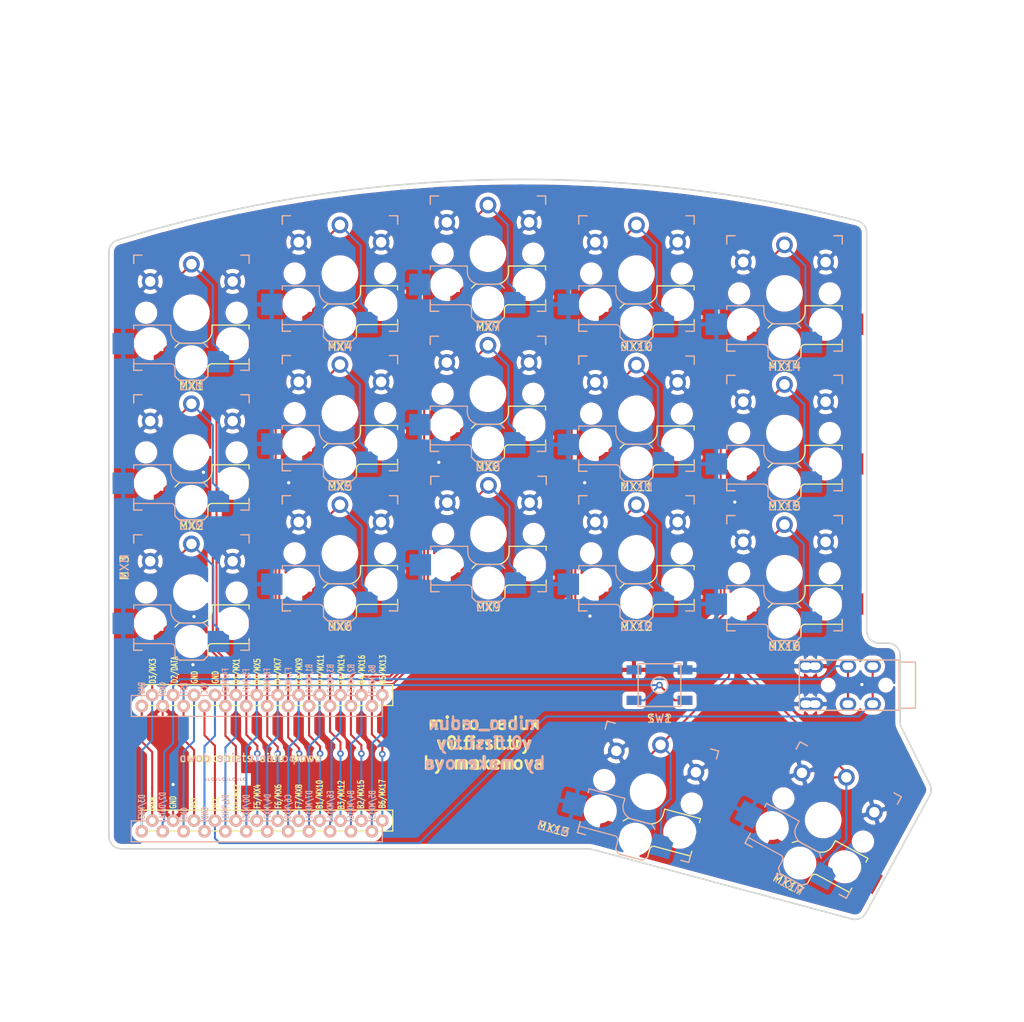
<source format=kicad_pcb>
(kicad_pcb (version 20171130) (host pcbnew "(5.1.9-0-10_14)")
  (layers (0 F.Cu signal) (31 B.Cu signal) (34 B.Paste user) (35 F.Paste user) (36 B.SilkS user) (37 F.SilkS user) (38 B.Mask user) (39 F.Mask user) (44 Edge.Cuts user))
  (net 0 "")
  (net 1 GND)
  (net 2 "Net-(SW1-Pad1)")
  (net 3 "Net-(U1-Pad24)")
  (net 4 +5V)
  (net 5 "Net-(U1-Pad4)")
  (net 6 "Net-(U1-Pad3)")
  (net 7 DATA0)
  (net 8 S1)
  (net 9 S2)
  (net 10 S3)
  (net 11 S4)
  (net 12 S5)
  (net 13 S6)
  (net 14 S7)
  (net 15 S8)
  (net 16 S9)
  (net 17 S10)
  (net 18 S11)
  (net 19 S12)
  (net 20 S13)
  (net 21 S14)
  (net 22 S15)
  (net 23 S16)
  (net 24 S17)
  (module kbd:ProMicro_v2-makenova-micro-redox (layer B.Cu) (at 48.5775 138.43 270)
    (fp_text reference U1 hide)
    (fp_text value ProMicro hide)
    (fp_text user "" (at -0.5 17.25 270) (layer B.SilkS) (effects (justify mirror)))
    (fp_text user "" (at -1.2065 16.256 270) (layer F.SilkS))
    (fp_text user RAW (at -9.7155 14.478 270) (layer B.SilkS) (effects (font (size 0.75 0.5) (thickness 0.125)) (justify mirror)))
    (fp_text user "D3/MX3  " (at 5.08 14.478 270) (layer B.SilkS) (effects (font (size 0.75 0.5) (thickness 0.125)) (justify mirror)))
    (fp_text user GND (at -9.7155 11.938 270) (layer B.SilkS) (effects (font (size 0.75 0.5) (thickness 0.125)) (justify mirror)))
    (fp_text user "D2/DATA   " (at 5.08 11.95 270) (layer B.SilkS) (effects (font (size 0.75 0.5) (thickness 0.125)) (justify mirror)))
    (fp_text user RST (at -9.7155 9.3345 270) (layer B.SilkS) (effects (font (size 0.75 0.5) (thickness 0.125)) (justify mirror)))
    (fp_text user GND (at 5.5245 9.3345 270) (layer B.SilkS) (effects (font (size 0.75 0.5) (thickness 0.125)) (justify mirror)))
    (fp_text user VCC (at -9.7155 6.858 270) (layer B.SilkS) (effects (font (size 0.75 0.5) (thickness 0.125)) (justify mirror)))
    (fp_text user GND (at 5.461 6.7945 270) (layer B.SilkS) (effects (font (size 0.75 0.5) (thickness 0.125)) (justify mirror)))
    (fp_text user "F7/MX8    " (at -10 -3.35 270) (layer B.SilkS) (effects (font (size 0.75 0.5) (thickness 0.125)) (justify mirror)))
    (fp_text user "D4/MX7   " (at 5.2 -0.8 270) (layer B.SilkS) (effects (font (size 0.75 0.5) (thickness 0.125)) (justify mirror)))
    (fp_text user "F6/MX6    " (at -9.9 -0.762 270) (layer B.SilkS) (effects (font (size 0.75 0.5) (thickness 0.125)) (justify mirror)))
    (fp_text user "D0/MX5    " (at 5.461 1.778 270) (layer B.SilkS) (effects (font (size 0.75 0.5) (thickness 0.125)) (justify mirror)))
    (fp_text user "F5/MX4    " (at -9.85 1.778 270) (layer B.SilkS) (effects (font (size 0.75 0.5) (thickness 0.125)) (justify mirror)))
    (fp_text user "D1/MX1    " (at 5.461 4.318 270) (layer B.SilkS) (effects (font (size 0.75 0.5) (thickness 0.125)) (justify mirror)))
    (fp_text user "F4/MX2    " (at -9.9 4.3 270) (layer B.SilkS) (effects (font (size 0.75 0.5) (thickness 0.125)) (justify mirror)))
    (fp_text user "B6/MX17    " (at -10.05 -13.5 270) (layer B.SilkS) (effects (font (size 0.75 0.5) (thickness 0.125)) (justify mirror)))
    (fp_text user "B5/MX13    " (at 5.2 -13.5255 270) (layer B.SilkS) (effects (font (size 0.75 0.5) (thickness 0.125)) (justify mirror)))
    (fp_text user "B4/MX16    " (at 5.2 -10.922 270) (layer B.SilkS) (effects (font (size 0.75 0.5) (thickness 0.125)) (justify mirror)))
    (fp_text user "B2/MX15     " (at -9.95 -10.95 270) (layer B.SilkS) (effects (font (size 0.75 0.5) (thickness 0.125)) (justify mirror)))
    (fp_text user "E6/MX14    " (at 5.2 -8.4455 270) (layer B.SilkS) (effects (font (size 0.75 0.5) (thickness 0.125)) (justify mirror)))
    (fp_text user "B3/MX12     " (at -9.95 -8.4455 270) (layer B.SilkS) (effects (font (size 0.75 0.5) (thickness 0.125)) (justify mirror)))
    (fp_text user "D7/MX11    " (at 5.2 -5.85 270) (layer B.SilkS) (effects (font (size 0.75 0.5) (thickness 0.125)) (justify mirror)))
    (fp_text user "B1/MX10     " (at -9.95 -5.85 270) (layer B.SilkS) (effects (font (size 0.75 0.5) (thickness 0.125)) (justify mirror)))
    (fp_text user "C6/MX9   " (at 5.25 -3.302 270) (layer B.SilkS) (effects (font (size 0.75 0.5) (thickness 0.125)) (justify mirror)))
    (fp_text user "   C6/MX9" (at -11.3 -4.6355 270) (layer F.SilkS) (effects (font (size 0.75 0.5) (thickness 0.125))))
    (fp_text user "    B1/MX10" (at 3.95 -7.112 270) (layer F.SilkS) (effects (font (size 0.75 0.5) (thickness 0.125))))
    (fp_text user "    D7/MX11" (at -11.3 -7.239 270) (layer F.SilkS) (effects (font (size 0.75 0.5) (thickness 0.125))))
    (fp_text user "    B3/MX12" (at 4 -9.75 270) (layer F.SilkS) (effects (font (size 0.75 0.5) (thickness 0.125))))
    (fp_text user "    E6/MX14" (at -11.3 -9.75 270) (layer F.SilkS) (effects (font (size 0.75 0.5) (thickness 0.125))))
    (fp_text user "       B2/MX15" (at 4.5085 -12.1285 270) (layer F.SilkS) (effects (font (size 0.75 0.5) (thickness 0.125))))
    (fp_text user "     B4/MX16" (at -11.049 -12.2555 270) (layer F.SilkS) (effects (font (size 0.75 0.5) (thickness 0.125))))
    (fp_text user "     B5/MX13" (at -11.049 -14.7955 270) (layer F.SilkS) (effects (font (size 0.75 0.5) (thickness 0.125))))
    (fp_text user "       B6/MX17" (at 4.445 -14.732 270) (layer F.SilkS) (effects (font (size 0.75 0.5) (thickness 0.125))))
    (fp_text user "   F4/MX2" (at 4 2.95 270) (layer F.SilkS) (effects (font (size 0.75 0.5) (thickness 0.125))))
    (fp_text user "    D1/MX1" (at -11.049 2.9845 270) (layer F.SilkS) (effects (font (size 0.75 0.5) (thickness 0.125))))
    (fp_text user "   F5/MX4" (at 4 0.4445 270) (layer F.SilkS) (effects (font (size 0.75 0.5) (thickness 0.125))))
    (fp_text user "    D0/MX5" (at -11.049 0.4445 270) (layer F.SilkS) (effects (font (size 0.75 0.5) (thickness 0.125))))
    (fp_text user "   F6/MX6" (at 4 -2.1 270) (layer F.SilkS) (effects (font (size 0.75 0.5) (thickness 0.125))))
    (fp_text user "   D4/MX7" (at -11.3 -2.032 270) (layer F.SilkS) (effects (font (size 0.75 0.5) (thickness 0.125))))
    (fp_text user "   F7/MX8" (at 4 -4.6 270) (layer F.SilkS) (effects (font (size 0.75 0.5) (thickness 0.125))))
    (fp_text user GND (at -11.049 5.5245 270) (layer F.SilkS) (effects (font (size 0.75 0.5) (thickness 0.125))))
    (fp_text user VCC (at 4.1275 5.5245 270) (layer F.SilkS) (effects (font (size 0.75 0.5) (thickness 0.125))))
    (fp_text user GND (at -11.049 8.0645 270) (layer F.SilkS) (effects (font (size 0.75 0.5) (thickness 0.125))))
    (fp_text user RST (at 4.191 8.0645 270) (layer F.SilkS) (effects (font (size 0.75 0.5) (thickness 0.125))))
    (fp_text user "    D2/DATA" (at -11.2 10.5 270) (layer F.SilkS) (effects (font (size 0.75 0.5) (thickness 0.125))))
    (fp_text user GND (at 4.1275 10.668 270) (layer F.SilkS) (effects (font (size 0.75 0.5) (thickness 0.125))))
    (fp_text user "    D3/MX3" (at -11.049 13.1445 270) (layer F.SilkS) (effects (font (size 0.75 0.5) (thickness 0.125))))
    (fp_text user RAW (at 4.191 13.1445 270) (layer F.SilkS) (effects (font (size 0.75 0.5) (thickness 0.125))))
    (fp_text user "components side down" (at -1.27 1.27 180) (layer B.SilkS) (effects (justify mirror)))
    (fp_text user "components side down" (at -1.27 1.27 180) (layer F.SilkS))
    (pad 24 thru_hole circle (at 6.35 13.208 270) (size 1.524 1.524) (drill 0.8128) (layers *.Cu *.Mask B.SilkS) (net 3 "Net-(U1-Pad24)"))
    (pad 23 thru_hole circle (at 6.35 10.668 270) (size 1.524 1.524) (drill 0.8128) (layers *.Cu *.Mask B.SilkS) (net 1 GND))
    (pad 22 thru_hole circle (at 6.35 8.128 270) (size 1.524 1.524) (drill 0.8128) (layers *.Cu *.Mask B.SilkS) (net 2 "Net-(SW1-Pad1)"))
    (pad 21 thru_hole circle (at 6.35 5.588 270) (size 1.524 1.524) (drill 0.8128) (layers *.Cu *.Mask B.SilkS) (net 4 +5V))
    (pad 20 thru_hole circle (at 6.35 3.048 270) (size 1.524 1.524) (drill 0.8128) (layers *.Cu *.Mask B.SilkS) (net 9 S2))
    (pad 19 thru_hole circle (at 6.35 0.508 270) (size 1.524 1.524) (drill 0.8128) (layers *.Cu *.Mask B.SilkS) (net 11 S4))
    (pad 18 thru_hole circle (at 6.35 -2.032 270) (size 1.524 1.524) (drill 0.8128) (layers *.Cu *.Mask B.SilkS) (net 13 S6))
    (pad 17 thru_hole circle (at 6.35 -4.572 270) (size 1.524 1.524) (drill 0.8128) (layers *.Cu *.Mask B.SilkS) (net 15 S8))
    (pad 16 thru_hole circle (at 6.35 -7.112 270) (size 1.524 1.524) (drill 0.8128) (layers *.Cu *.Mask B.SilkS) (net 17 S10))
    (pad 15 thru_hole circle (at 6.35 -9.652 270) (size 1.524 1.524) (drill 0.8128) (layers *.Cu *.Mask B.SilkS) (net 19 S12))
    (pad 14 thru_hole circle (at 6.35 -12.192 270) (size 1.524 1.524) (drill 0.8128) (layers *.Cu *.Mask B.SilkS) (net 22 S15))
    (pad 13 thru_hole circle (at 6.35 -14.732 270) (size 1.524 1.524) (drill 0.8128) (layers *.Cu *.Mask B.SilkS) (net 24 S17))
    (pad 12 thru_hole circle (at -8.89 -14.732 270) (size 1.524 1.524) (drill 0.8128) (layers *.Cu *.Mask B.SilkS) (net 20 S13))
    (pad 11 thru_hole circle (at -8.89 -12.192 270) (size 1.524 1.524) (drill 0.8128) (layers *.Cu *.Mask B.SilkS) (net 23 S16))
    (pad 10 thru_hole circle (at -8.89 -9.652 270) (size 1.524 1.524) (drill 0.8128) (layers *.Cu *.Mask B.SilkS) (net 21 S14))
    (pad 9 thru_hole circle (at -8.89 -7.112 270) (size 1.524 1.524) (drill 0.8128) (layers *.Cu *.Mask B.SilkS) (net 18 S11))
    (pad 8 thru_hole circle (at -8.89 -4.572 270) (size 1.524 1.524) (drill 0.8128) (layers *.Cu *.Mask B.SilkS) (net 16 S9))
    (pad 7 thru_hole circle (at -8.89 -2.032 270) (size 1.524 1.524) (drill 0.8128) (layers *.Cu *.Mask B.SilkS) (net 14 S7))
    (pad 6 thru_hole circle (at -8.89 0.508 270) (size 1.524 1.524) (drill 0.8128) (layers *.Cu *.Mask B.SilkS) (net 12 S5))
    (pad 5 thru_hole circle (at -8.89 3.048 270) (size 1.524 1.524) (drill 0.8128) (layers *.Cu *.Mask B.SilkS) (net 8 S1))
    (pad 4 thru_hole circle (at -8.89 5.588 270) (size 1.524 1.524) (drill 0.8128) (layers *.Cu *.Mask B.SilkS) (net 5 "Net-(U1-Pad4)"))
    (pad 3 thru_hole circle (at -8.89 8.128 270) (size 1.524 1.524) (drill 0.8128) (layers *.Cu *.Mask B.SilkS) (net 6 "Net-(U1-Pad3)"))
    (pad 2 thru_hole circle (at -8.89 10.668 270) (size 1.524 1.524) (drill 0.8128) (layers *.Cu *.Mask B.SilkS) (net 7 DATA0))
    (pad 1 thru_hole circle (at -8.89 13.208 270) (size 1.524 1.524) (drill 0.8128) (layers *.Cu *.Mask B.SilkS) (net 10 S3))
    (pad 1 thru_hole circle (at 7.6564 14.478 270) (size 1.524 1.524) (drill 0.8128) (layers *.Cu *.Mask B.SilkS) (net 10 S3))
    (pad 2 thru_hole circle (at 7.6564 11.938 270) (size 1.524 1.524) (drill 0.8128) (layers *.Cu *.Mask B.SilkS) (net 7 DATA0))
    (pad 3 thru_hole circle (at 7.6564 9.398 270) (size 1.524 1.524) (drill 0.8128) (layers *.Cu *.Mask B.SilkS) (net 6 "Net-(U1-Pad3)"))
    (pad 4 thru_hole circle (at 7.6564 6.858 270) (size 1.524 1.524) (drill 0.8128) (layers *.Cu *.Mask B.SilkS) (net 5 "Net-(U1-Pad4)"))
    (pad 5 thru_hole circle (at 7.6564 4.318 270) (size 1.524 1.524) (drill 0.8128) (layers *.Cu *.Mask B.SilkS) (net 8 S1))
    (pad 6 thru_hole circle (at 7.6564 1.778 270) (size 1.524 1.524) (drill 0.8128) (layers *.Cu *.Mask B.SilkS) (net 12 S5))
    (pad 7 thru_hole circle (at 7.6564 -0.762 270) (size 1.524 1.524) (drill 0.8128) (layers *.Cu *.Mask B.SilkS) (net 14 S7))
    (pad 8 thru_hole circle (at 7.6564 -3.302 270) (size 1.524 1.524) (drill 0.8128) (layers *.Cu *.Mask B.SilkS) (net 16 S9))
    (pad 9 thru_hole circle (at 7.6564 -5.842 270) (size 1.524 1.524) (drill 0.8128) (layers *.Cu *.Mask B.SilkS) (net 18 S11))
    (pad 10 thru_hole circle (at 7.6564 -8.382 270) (size 1.524 1.524) (drill 0.8128) (layers *.Cu *.Mask B.SilkS) (net 21 S14))
    (pad 11 thru_hole circle (at 7.6564 -10.922 270) (size 1.524 1.524) (drill 0.8128) (layers *.Cu *.Mask B.SilkS) (net 23 S16))
    (pad 12 thru_hole circle (at 7.6564 -13.462 270) (size 1.524 1.524) (drill 0.8128) (layers *.Cu *.Mask B.SilkS) (net 20 S13))
    (pad 13 thru_hole circle (at -7.5636 -13.462 270) (size 1.524 1.524) (drill 0.8128) (layers *.Cu *.Mask B.SilkS) (net 24 S17))
    (pad 14 thru_hole circle (at -7.5636 -10.922 270) (size 1.524 1.524) (drill 0.8128) (layers *.Cu *.Mask B.SilkS) (net 22 S15))
    (pad 15 thru_hole circle (at -7.5636 -8.382 270) (size 1.524 1.524) (drill 0.8128) (layers *.Cu *.Mask B.SilkS) (net 19 S12))
    (pad 16 thru_hole circle (at -7.5636 -5.842 270) (size 1.524 1.524) (drill 0.8128) (layers *.Cu *.Mask B.SilkS) (net 17 S10))
    (pad 17 thru_hole circle (at -7.5636 -3.302 270) (size 1.524 1.524) (drill 0.8128) (layers *.Cu *.Mask B.SilkS) (net 15 S8))
    (pad 18 thru_hole circle (at -7.5636 -0.762 270) (size 1.524 1.524) (drill 0.8128) (layers *.Cu *.Mask B.SilkS) (net 13 S6))
    (pad 19 thru_hole circle (at -7.5636 1.778 270) (size 1.524 1.524) (drill 0.8128) (layers *.Cu *.Mask B.SilkS) (net 11 S4))
    (pad 20 thru_hole circle (at -7.5636 4.318 270) (size 1.524 1.524) (drill 0.8128) (layers *.Cu *.Mask B.SilkS) (net 9 S2))
    (pad 21 thru_hole circle (at -7.5636 6.858 270) (size 1.524 1.524) (drill 0.8128) (layers *.Cu *.Mask B.SilkS) (net 4 +5V))
    (pad 22 thru_hole circle (at -7.5636 9.398 270) (size 1.524 1.524) (drill 0.8128) (layers *.Cu *.Mask B.SilkS) (net 2 "Net-(SW1-Pad1)"))
    (pad 23 thru_hole circle (at -7.5636 11.938 270) (size 1.524 1.524) (drill 0.8128) (layers *.Cu *.Mask B.SilkS) (net 1 GND))
    (pad 24 thru_hole circle (at -7.5636 14.478 270) (size 1.524 1.524) (drill 0.8128) (layers *.Cu *.Mask B.SilkS) (net 3 "Net-(U1-Pad24)"))
  )
  (module random-keyboard-parts:SKQG-1155865-makenova-reversible (layer F.Cu) (at 96.9645 128.3335)
    (fp_text reference SW1 (at 0 4.064) (layer F.SilkS))
    (fp_text value SW_SPST)
    (fp_text user SW1 (at 0 4.064 180) (layer B.SilkS) (effects (justify mirror)))
    (pad 1 smd rect (at -3.1 1.85 180) (size 1.8 1.1) (layers B.Cu B.Paste B.Mask) (net 2 "Net-(SW1-Pad1)"))
    (pad 2 smd rect (at 3.1 -1.85 180) (size 1.8 1.1) (layers B.Cu B.Paste B.Mask) (net 1 GND))
    (pad 3 smd rect (at -3.1 -1.85 180) (size 1.8 1.1) (layers B.Cu B.Paste B.Mask))
    (pad 4 smd rect (at 3.1 1.85 180) (size 1.8 1.1) (layers B.Cu B.Paste B.Mask))
    (pad 4 smd rect (at -3.1 1.85) (size 1.8 1.1) (layers F.Cu F.Paste F.Mask))
    (pad 3 smd rect (at 3.1 -1.85) (size 1.8 1.1) (layers F.Cu F.Paste F.Mask))
    (pad 2 smd rect (at -3.1 -1.85) (size 1.8 1.1) (layers F.Cu F.Paste F.Mask) (net 1 GND))
    (pad 1 smd rect (at 3.1 1.85) (size 1.8 1.1) (layers F.Cu F.Paste F.Mask) (net 2 "Net-(SW1-Pad1)"))
  )
  (module Keebio-Parts:TRRS-PJ-320A-no-Fmask-makenova-reversible (layer F.Cu) (at 126.0475 128.3335 270)
    (fp_text reference U2)
    (fp_text value TRRS)
    (pad 2 thru_hole oval (at -2.3 10.2 90) (size 1.6 2) (drill oval 0.9 1.3) (layers *.Cu F.Mask) (net 1 GND))
    (pad 1 thru_hole oval (at 2.3 11.3 90) (size 1 1.4) (drill oval 0.9 1.3) (layers *.Cu B.Mask) (net 1 GND))
    (pad 1 thru_hole oval (at 2.3 11.3 90) (size 1.6 2) (drill oval 0.9 1.3) (layers *.Cu F.Mask) (net 1 GND))
    (pad 2 thru_hole oval (at -2.3 10.2 90) (size 1 1.4) (drill oval 0.9 1.3) (layers *.Cu B.Mask) (net 1 GND))
    (pad 3 thru_hole oval (at -2.3 6.2 90) (size 1 1.4) (drill oval 0.9 1.3) (layers *.Cu B.Mask) (net 7 DATA0))
    (pad 4 thru_hole oval (at -2.3 3.2 90) (size 1 1.4) (drill oval 0.9 1.3) (layers *.Cu B.Mask) (net 4 +5V))
    (pad 3 thru_hole oval (at -2.3 6.2 90) (size 1.6 2) (drill oval 0.9 1.3) (layers *.Cu F.Mask) (net 7 DATA0))
    (pad "" np_thru_hole circle (at 0 1.6 90) (size 0.8 0.8) (drill 0.8) (layers *.Cu *.Mask))
    (pad "" np_thru_hole circle (at 0 8.6 90) (size 0.8 0.8) (drill 0.8) (layers *.Cu *.Mask))
    (pad 4 thru_hole oval (at -2.3 3.2 90) (size 1.6 2) (drill oval 0.9 1.3) (layers *.Cu F.Mask) (net 4 +5V))
    (pad 1 thru_hole oval (at -2.3 11.3 270) (size 1 1.4) (drill oval 0.9 1.3) (layers *.Cu F.Mask) (net 1 GND))
    (pad 2 thru_hole oval (at 2.3 10.2 270) (size 1 1.4) (drill oval 0.9 1.3) (layers *.Cu F.Mask) (net 1 GND))
    (pad 3 thru_hole oval (at 2.3 6.2 270) (size 1 1.4) (drill oval 0.9 1.3) (layers *.Cu F.Mask) (net 7 DATA0))
    (pad 4 thru_hole oval (at 2.3 3.2 270) (size 1 1.4) (drill oval 0.9 1.3) (layers *.Cu F.Mask) (net 4 +5V))
    (pad 3 thru_hole oval (at 2.3 6.2 270) (size 1.6 2) (drill oval 0.9 1.3) (layers *.Cu B.Mask) (net 7 DATA0))
    (pad "" np_thru_hole circle (at 0 1.6 270) (size 0.8 0.8) (drill 0.8) (layers *.Cu *.Mask))
    (pad "" np_thru_hole circle (at 0 8.6 270) (size 0.8 0.8) (drill 0.8) (layers *.Cu *.Mask))
    (pad 4 thru_hole oval (at 2.3 3.2 270) (size 1.6 2) (drill oval 0.9 1.3) (layers *.Cu B.Mask) (net 4 +5V))
    (pad 2 thru_hole oval (at 2.3 10.2 270) (size 1.6 2) (drill oval 0.9 1.3) (layers *.Cu B.Mask) (net 1 GND))
    (pad 1 thru_hole oval (at -2.3 11.3 270) (size 1.6 2) (drill oval 0.9 1.3) (layers *.Cu B.Mask) (net 1 GND))
  )
  (module keyswitches:Kailh_socket_PG1350_optional_reversible (layer F.Cu) (at 116.84 144.7165 151.5)
    (fp_text reference MX17 (at 0 -8.89 151.5) (layer F.SilkS))
    (fp_text value MX-NoLED)
    (fp_text user %R (at 0 -8.89 151.5) (layer B.SilkS) (effects (justify mirror)))
    (pad 2 thru_hole circle (at -5 3.8 151.5) (size 2.032 2.032) (drill 1.27) (layers *.Cu *.Mask) (net 1 GND))
    (pad 2 smd rect (at 8.275 -3.75 151.5) (size 2.6 2.6) (layers B.Cu B.Paste B.Mask) (net 1 GND))
    (pad 1 smd rect (at -3.275 -5.95 151.5) (size 2.6 2.6) (layers B.Cu B.Paste B.Mask) (net 24 S17))
    (pad "" np_thru_hole circle (at 5 -3.75 151.5) (size 3 3) (drill 3) (layers *.Cu *.Mask))
    (pad 2 smd rect (at -8.275 -3.75 151.5) (size 2.6 2.6) (layers F.Cu F.Paste F.Mask) (net 1 GND))
    (pad "" np_thru_hole circle (at 0 -5.95 151.5) (size 3 3) (drill 3) (layers *.Cu *.Mask))
    (pad 1 thru_hole circle (at 0 5.9 151.5) (size 2.032 2.032) (drill 1.27) (layers *.Cu *.Mask) (net 24 S17))
    (pad 2 thru_hole circle (at 5 3.8 151.5) (size 2.032 2.032) (drill 1.27) (layers *.Cu *.Mask) (net 1 GND))
    (pad "" np_thru_hole circle (at 0 0 151.5) (size 3.429 3.429) (drill 3.429) (layers *.Cu *.Mask))
    (pad "" np_thru_hole circle (at -5 -3.75 151.5) (size 3 3) (drill 3) (layers *.Cu *.Mask))
    (pad 1 smd rect (at 3.275 -5.95 151.5) (size 2.6 2.6) (layers F.Cu F.Paste F.Mask) (net 24 S17))
    (pad "" np_thru_hole circle (at 5.5 0 151.5) (size 1.7018 1.7018) (drill 1.7018) (layers *.Cu *.Mask))
    (pad "" np_thru_hole circle (at -5.5 0 151.5) (size 1.7018 1.7018) (drill 1.7018) (layers *.Cu *.Mask))
  )
  (module keyswitches:Kailh_socket_PG1350_optional_reversible (layer F.Cu) (at 112.141 114.7445 180)
    (fp_text reference MX16 (at 0 -8.89) (layer F.SilkS))
    (fp_text value MX-NoLED)
    (fp_text user %R (at 0 -8.89) (layer B.SilkS) (effects (justify mirror)))
    (pad 2 thru_hole circle (at -5 3.8 180) (size 2.032 2.032) (drill 1.27) (layers *.Cu *.Mask) (net 1 GND))
    (pad 2 smd rect (at 8.275 -3.75 180) (size 2.6 2.6) (layers B.Cu B.Paste B.Mask) (net 1 GND))
    (pad 1 smd rect (at -3.275 -5.95 180) (size 2.6 2.6) (layers B.Cu B.Paste B.Mask) (net 23 S16))
    (pad "" np_thru_hole circle (at 5 -3.75 180) (size 3 3) (drill 3) (layers *.Cu *.Mask))
    (pad 2 smd rect (at -8.275 -3.75 180) (size 2.6 2.6) (layers F.Cu F.Paste F.Mask) (net 1 GND))
    (pad "" np_thru_hole circle (at 0 -5.95 180) (size 3 3) (drill 3) (layers *.Cu *.Mask))
    (pad 1 thru_hole circle (at 0 5.9 180) (size 2.032 2.032) (drill 1.27) (layers *.Cu *.Mask) (net 23 S16))
    (pad 2 thru_hole circle (at 5 3.8 180) (size 2.032 2.032) (drill 1.27) (layers *.Cu *.Mask) (net 1 GND))
    (pad "" np_thru_hole circle (at 0 0 180) (size 3.429 3.429) (drill 3.429) (layers *.Cu *.Mask))
    (pad "" np_thru_hole circle (at -5 -3.75 180) (size 3 3) (drill 3) (layers *.Cu *.Mask))
    (pad 1 smd rect (at 3.275 -5.95 180) (size 2.6 2.6) (layers F.Cu F.Paste F.Mask) (net 23 S16))
    (pad "" np_thru_hole circle (at 5.5 0 180) (size 1.7018 1.7018) (drill 1.7018) (layers *.Cu *.Mask))
    (pad "" np_thru_hole circle (at -5.5 0 180) (size 1.7018 1.7018) (drill 1.7018) (layers *.Cu *.Mask))
  )
  (module keyswitches:Kailh_socket_PG1350_optional_reversible (layer F.Cu) (at 112.141 97.7265 180)
    (fp_text reference MX15 (at 0 -8.89) (layer F.SilkS))
    (fp_text value MX-NoLED)
    (fp_text user %R (at 0 -8.89) (layer B.SilkS) (effects (justify mirror)))
    (pad 2 thru_hole circle (at -5 3.8 180) (size 2.032 2.032) (drill 1.27) (layers *.Cu *.Mask) (net 1 GND))
    (pad 2 smd rect (at 8.275 -3.75 180) (size 2.6 2.6) (layers B.Cu B.Paste B.Mask) (net 1 GND))
    (pad 1 smd rect (at -3.275 -5.95 180) (size 2.6 2.6) (layers B.Cu B.Paste B.Mask) (net 22 S15))
    (pad "" np_thru_hole circle (at 5 -3.75 180) (size 3 3) (drill 3) (layers *.Cu *.Mask))
    (pad 2 smd rect (at -8.275 -3.75 180) (size 2.6 2.6) (layers F.Cu F.Paste F.Mask) (net 1 GND))
    (pad "" np_thru_hole circle (at 0 -5.95 180) (size 3 3) (drill 3) (layers *.Cu *.Mask))
    (pad 1 thru_hole circle (at 0 5.9 180) (size 2.032 2.032) (drill 1.27) (layers *.Cu *.Mask) (net 22 S15))
    (pad 2 thru_hole circle (at 5 3.8 180) (size 2.032 2.032) (drill 1.27) (layers *.Cu *.Mask) (net 1 GND))
    (pad "" np_thru_hole circle (at 0 0 180) (size 3.429 3.429) (drill 3.429) (layers *.Cu *.Mask))
    (pad "" np_thru_hole circle (at -5 -3.75 180) (size 3 3) (drill 3) (layers *.Cu *.Mask))
    (pad 1 smd rect (at 3.275 -5.95 180) (size 2.6 2.6) (layers F.Cu F.Paste F.Mask) (net 22 S15))
    (pad "" np_thru_hole circle (at 5.5 0 180) (size 1.7018 1.7018) (drill 1.7018) (layers *.Cu *.Mask))
    (pad "" np_thru_hole circle (at -5.5 0 180) (size 1.7018 1.7018) (drill 1.7018) (layers *.Cu *.Mask))
  )
  (module keyswitches:Kailh_socket_PG1350_optional_reversible (layer F.Cu) (at 112.141 80.772 180)
    (fp_text reference MX14 (at 0 -8.89) (layer F.SilkS))
    (fp_text value MX-NoLED)
    (fp_text user %R (at 0 -8.89) (layer B.SilkS) (effects (justify mirror)))
    (pad 2 thru_hole circle (at -5 3.8 180) (size 2.032 2.032) (drill 1.27) (layers *.Cu *.Mask) (net 1 GND))
    (pad 2 smd rect (at 8.275 -3.75 180) (size 2.6 2.6) (layers B.Cu B.Paste B.Mask) (net 1 GND))
    (pad 1 smd rect (at -3.275 -5.95 180) (size 2.6 2.6) (layers B.Cu B.Paste B.Mask) (net 21 S14))
    (pad "" np_thru_hole circle (at 5 -3.75 180) (size 3 3) (drill 3) (layers *.Cu *.Mask))
    (pad 2 smd rect (at -8.275 -3.75 180) (size 2.6 2.6) (layers F.Cu F.Paste F.Mask) (net 1 GND))
    (pad "" np_thru_hole circle (at 0 -5.95 180) (size 3 3) (drill 3) (layers *.Cu *.Mask))
    (pad 1 thru_hole circle (at 0 5.9 180) (size 2.032 2.032) (drill 1.27) (layers *.Cu *.Mask) (net 21 S14))
    (pad 2 thru_hole circle (at 5 3.8 180) (size 2.032 2.032) (drill 1.27) (layers *.Cu *.Mask) (net 1 GND))
    (pad "" np_thru_hole circle (at 0 0 180) (size 3.429 3.429) (drill 3.429) (layers *.Cu *.Mask))
    (pad "" np_thru_hole circle (at -5 -3.75 180) (size 3 3) (drill 3) (layers *.Cu *.Mask))
    (pad 1 smd rect (at 3.275 -5.95 180) (size 2.6 2.6) (layers F.Cu F.Paste F.Mask) (net 21 S14))
    (pad "" np_thru_hole circle (at 5.5 0 180) (size 1.7018 1.7018) (drill 1.7018) (layers *.Cu *.Mask))
    (pad "" np_thru_hole circle (at -5.5 0 180) (size 1.7018 1.7018) (drill 1.7018) (layers *.Cu *.Mask))
  )
  (module keyswitches:Kailh_socket_PG1350_optional_reversible (layer F.Cu) (at 95.5675 141.2875 165)
    (fp_text reference MX13 (at 9.934983 -7.329613 165) (layer F.SilkS))
    (fp_text value MX-NoLED)
    (fp_text user %R (at 9.934983 -7.329613 165) (layer B.SilkS) (effects (justify mirror)))
    (pad 2 thru_hole circle (at -5 3.8 165) (size 2.032 2.032) (drill 1.27) (layers *.Cu *.Mask) (net 1 GND))
    (pad 2 smd rect (at 8.275 -3.75 165) (size 2.6 2.6) (layers B.Cu B.Paste B.Mask) (net 1 GND))
    (pad 1 smd rect (at -3.275 -5.95 165) (size 2.6 2.6) (layers B.Cu B.Paste B.Mask) (net 20 S13))
    (pad "" np_thru_hole circle (at 5 -3.75 165) (size 3 3) (drill 3) (layers *.Cu *.Mask))
    (pad 2 smd rect (at -8.275 -3.75 165) (size 2.6 2.6) (layers F.Cu F.Paste F.Mask) (net 1 GND))
    (pad "" np_thru_hole circle (at 0 -5.95 165) (size 3 3) (drill 3) (layers *.Cu *.Mask))
    (pad 1 thru_hole circle (at 0 5.9 165) (size 2.032 2.032) (drill 1.27) (layers *.Cu *.Mask) (net 20 S13))
    (pad 2 thru_hole circle (at 5 3.8 165) (size 2.032 2.032) (drill 1.27) (layers *.Cu *.Mask) (net 1 GND))
    (pad "" np_thru_hole circle (at 0 0 165) (size 3.429 3.429) (drill 3.429) (layers *.Cu *.Mask))
    (pad "" np_thru_hole circle (at -5 -3.75 165) (size 3 3) (drill 3) (layers *.Cu *.Mask))
    (pad 1 smd rect (at 3.275 -5.95 165) (size 2.6 2.6) (layers F.Cu F.Paste F.Mask) (net 20 S13))
    (pad "" np_thru_hole circle (at 5.5 0 165) (size 1.7018 1.7018) (drill 1.7018) (layers *.Cu *.Mask))
    (pad "" np_thru_hole circle (at -5.5 0 165) (size 1.7018 1.7018) (drill 1.7018) (layers *.Cu *.Mask))
  )
  (module keyswitches:Kailh_socket_PG1350_optional_reversible (layer F.Cu) (at 94.1705 112.3315 180)
    (fp_text reference MX12 (at 0 -8.89) (layer F.SilkS))
    (fp_text value MX-NoLED)
    (fp_text user %R (at 0 -8.89) (layer B.SilkS) (effects (justify mirror)))
    (pad 2 thru_hole circle (at -5 3.8 180) (size 2.032 2.032) (drill 1.27) (layers *.Cu *.Mask) (net 1 GND))
    (pad 2 smd rect (at 8.275 -3.75 180) (size 2.6 2.6) (layers B.Cu B.Paste B.Mask) (net 1 GND))
    (pad 1 smd rect (at -3.275 -5.95 180) (size 2.6 2.6) (layers B.Cu B.Paste B.Mask) (net 19 S12))
    (pad "" np_thru_hole circle (at 5 -3.75 180) (size 3 3) (drill 3) (layers *.Cu *.Mask))
    (pad 2 smd rect (at -8.275 -3.75 180) (size 2.6 2.6) (layers F.Cu F.Paste F.Mask) (net 1 GND))
    (pad "" np_thru_hole circle (at 0 -5.95 180) (size 3 3) (drill 3) (layers *.Cu *.Mask))
    (pad 1 thru_hole circle (at 0 5.9 180) (size 2.032 2.032) (drill 1.27) (layers *.Cu *.Mask) (net 19 S12))
    (pad 2 thru_hole circle (at 5 3.8 180) (size 2.032 2.032) (drill 1.27) (layers *.Cu *.Mask) (net 1 GND))
    (pad "" np_thru_hole circle (at 0 0 180) (size 3.429 3.429) (drill 3.429) (layers *.Cu *.Mask))
    (pad "" np_thru_hole circle (at -5 -3.75 180) (size 3 3) (drill 3) (layers *.Cu *.Mask))
    (pad 1 smd rect (at 3.275 -5.95 180) (size 2.6 2.6) (layers F.Cu F.Paste F.Mask) (net 19 S12))
    (pad "" np_thru_hole circle (at 5.5 0 180) (size 1.7018 1.7018) (drill 1.7018) (layers *.Cu *.Mask))
    (pad "" np_thru_hole circle (at -5.5 0 180) (size 1.7018 1.7018) (drill 1.7018) (layers *.Cu *.Mask))
  )
  (module keyswitches:Kailh_socket_PG1350_optional_reversible (layer F.Cu) (at 94.1705 95.377 180)
    (fp_text reference MX11 (at 0 -8.89) (layer F.SilkS))
    (fp_text value MX-NoLED)
    (fp_text user %R (at 0 -8.89) (layer B.SilkS) (effects (justify mirror)))
    (pad 2 thru_hole circle (at -5 3.8 180) (size 2.032 2.032) (drill 1.27) (layers *.Cu *.Mask) (net 1 GND))
    (pad 2 smd rect (at 8.275 -3.75 180) (size 2.6 2.6) (layers B.Cu B.Paste B.Mask) (net 1 GND))
    (pad 1 smd rect (at -3.275 -5.95 180) (size 2.6 2.6) (layers B.Cu B.Paste B.Mask) (net 18 S11))
    (pad "" np_thru_hole circle (at 5 -3.75 180) (size 3 3) (drill 3) (layers *.Cu *.Mask))
    (pad 2 smd rect (at -8.275 -3.75 180) (size 2.6 2.6) (layers F.Cu F.Paste F.Mask) (net 1 GND))
    (pad "" np_thru_hole circle (at 0 -5.95 180) (size 3 3) (drill 3) (layers *.Cu *.Mask))
    (pad 1 thru_hole circle (at 0 5.9 180) (size 2.032 2.032) (drill 1.27) (layers *.Cu *.Mask) (net 18 S11))
    (pad 2 thru_hole circle (at 5 3.8 180) (size 2.032 2.032) (drill 1.27) (layers *.Cu *.Mask) (net 1 GND))
    (pad "" np_thru_hole circle (at 0 0 180) (size 3.429 3.429) (drill 3.429) (layers *.Cu *.Mask))
    (pad "" np_thru_hole circle (at -5 -3.75 180) (size 3 3) (drill 3) (layers *.Cu *.Mask))
    (pad 1 smd rect (at 3.275 -5.95 180) (size 2.6 2.6) (layers F.Cu F.Paste F.Mask) (net 18 S11))
    (pad "" np_thru_hole circle (at 5.5 0 180) (size 1.7018 1.7018) (drill 1.7018) (layers *.Cu *.Mask))
    (pad "" np_thru_hole circle (at -5.5 0 180) (size 1.7018 1.7018) (drill 1.7018) (layers *.Cu *.Mask))
  )
  (module keyswitches:Kailh_socket_PG1350_optional_reversible (layer F.Cu) (at 94.1705 78.359 180)
    (fp_text reference MX10 (at 0 -8.89) (layer F.SilkS))
    (fp_text value MX-NoLED)
    (fp_text user %R (at 0 -8.89) (layer B.SilkS) (effects (justify mirror)))
    (pad 2 thru_hole circle (at -5 3.8 180) (size 2.032 2.032) (drill 1.27) (layers *.Cu *.Mask) (net 1 GND))
    (pad 2 smd rect (at 8.275 -3.75 180) (size 2.6 2.6) (layers B.Cu B.Paste B.Mask) (net 1 GND))
    (pad 1 smd rect (at -3.275 -5.95 180) (size 2.6 2.6) (layers B.Cu B.Paste B.Mask) (net 17 S10))
    (pad "" np_thru_hole circle (at 5 -3.75 180) (size 3 3) (drill 3) (layers *.Cu *.Mask))
    (pad 2 smd rect (at -8.275 -3.75 180) (size 2.6 2.6) (layers F.Cu F.Paste F.Mask) (net 1 GND))
    (pad "" np_thru_hole circle (at 0 -5.95 180) (size 3 3) (drill 3) (layers *.Cu *.Mask))
    (pad 1 thru_hole circle (at 0 5.9 180) (size 2.032 2.032) (drill 1.27) (layers *.Cu *.Mask) (net 17 S10))
    (pad 2 thru_hole circle (at 5 3.8 180) (size 2.032 2.032) (drill 1.27) (layers *.Cu *.Mask) (net 1 GND))
    (pad "" np_thru_hole circle (at 0 0 180) (size 3.429 3.429) (drill 3.429) (layers *.Cu *.Mask))
    (pad "" np_thru_hole circle (at -5 -3.75 180) (size 3 3) (drill 3) (layers *.Cu *.Mask))
    (pad 1 smd rect (at 3.275 -5.95 180) (size 2.6 2.6) (layers F.Cu F.Paste F.Mask) (net 17 S10))
    (pad "" np_thru_hole circle (at 5.5 0 180) (size 1.7018 1.7018) (drill 1.7018) (layers *.Cu *.Mask))
    (pad "" np_thru_hole circle (at -5.5 0 180) (size 1.7018 1.7018) (drill 1.7018) (layers *.Cu *.Mask))
  )
  (module keyswitches:Kailh_socket_PG1350_optional_reversible (layer F.Cu) (at 76.2 109.982 180)
    (fp_text reference MX9 (at 0 -8.89) (layer F.SilkS))
    (fp_text value MX-NoLED)
    (fp_text user %R (at 0 -8.89) (layer B.SilkS) (effects (justify mirror)))
    (pad 2 thru_hole circle (at -5 3.8 180) (size 2.032 2.032) (drill 1.27) (layers *.Cu *.Mask) (net 1 GND))
    (pad 2 smd rect (at 8.275 -3.75 180) (size 2.6 2.6) (layers B.Cu B.Paste B.Mask) (net 1 GND))
    (pad 1 smd rect (at -3.275 -5.95 180) (size 2.6 2.6) (layers B.Cu B.Paste B.Mask) (net 16 S9))
    (pad "" np_thru_hole circle (at 5 -3.75 180) (size 3 3) (drill 3) (layers *.Cu *.Mask))
    (pad 2 smd rect (at -8.275 -3.75 180) (size 2.6 2.6) (layers F.Cu F.Paste F.Mask) (net 1 GND))
    (pad "" np_thru_hole circle (at 0 -5.95 180) (size 3 3) (drill 3) (layers *.Cu *.Mask))
    (pad 1 thru_hole circle (at 0 5.9 180) (size 2.032 2.032) (drill 1.27) (layers *.Cu *.Mask) (net 16 S9))
    (pad 2 thru_hole circle (at 5 3.8 180) (size 2.032 2.032) (drill 1.27) (layers *.Cu *.Mask) (net 1 GND))
    (pad "" np_thru_hole circle (at 0 0 180) (size 3.429 3.429) (drill 3.429) (layers *.Cu *.Mask))
    (pad "" np_thru_hole circle (at -5 -3.75 180) (size 3 3) (drill 3) (layers *.Cu *.Mask))
    (pad 1 smd rect (at 3.275 -5.95 180) (size 2.6 2.6) (layers F.Cu F.Paste F.Mask) (net 16 S9))
    (pad "" np_thru_hole circle (at 5.5 0 180) (size 1.7018 1.7018) (drill 1.7018) (layers *.Cu *.Mask))
    (pad "" np_thru_hole circle (at -5.5 0 180) (size 1.7018 1.7018) (drill 1.7018) (layers *.Cu *.Mask))
  )
  (module keyswitches:Kailh_socket_PG1350_optional_reversible (layer F.Cu) (at 76.1365 92.964 180)
    (fp_text reference MX8 (at 0 -8.89) (layer F.SilkS))
    (fp_text value MX-NoLED)
    (fp_text user %R (at 0 -8.89) (layer B.SilkS) (effects (justify mirror)))
    (pad 2 thru_hole circle (at -5 3.8 180) (size 2.032 2.032) (drill 1.27) (layers *.Cu *.Mask) (net 1 GND))
    (pad 2 smd rect (at 8.275 -3.75 180) (size 2.6 2.6) (layers B.Cu B.Paste B.Mask) (net 1 GND))
    (pad 1 smd rect (at -3.275 -5.95 180) (size 2.6 2.6) (layers B.Cu B.Paste B.Mask) (net 15 S8))
    (pad "" np_thru_hole circle (at 5 -3.75 180) (size 3 3) (drill 3) (layers *.Cu *.Mask))
    (pad 2 smd rect (at -8.275 -3.75 180) (size 2.6 2.6) (layers F.Cu F.Paste F.Mask) (net 1 GND))
    (pad "" np_thru_hole circle (at 0 -5.95 180) (size 3 3) (drill 3) (layers *.Cu *.Mask))
    (pad 1 thru_hole circle (at 0 5.9 180) (size 2.032 2.032) (drill 1.27) (layers *.Cu *.Mask) (net 15 S8))
    (pad 2 thru_hole circle (at 5 3.8 180) (size 2.032 2.032) (drill 1.27) (layers *.Cu *.Mask) (net 1 GND))
    (pad "" np_thru_hole circle (at 0 0 180) (size 3.429 3.429) (drill 3.429) (layers *.Cu *.Mask))
    (pad "" np_thru_hole circle (at -5 -3.75 180) (size 3 3) (drill 3) (layers *.Cu *.Mask))
    (pad 1 smd rect (at 3.275 -5.95 180) (size 2.6 2.6) (layers F.Cu F.Paste F.Mask) (net 15 S8))
    (pad "" np_thru_hole circle (at 5.5 0 180) (size 1.7018 1.7018) (drill 1.7018) (layers *.Cu *.Mask))
    (pad "" np_thru_hole circle (at -5.5 0 180) (size 1.7018 1.7018) (drill 1.7018) (layers *.Cu *.Mask))
  )
  (module keyswitches:Kailh_socket_PG1350_optional_reversible (layer F.Cu) (at 76.1365 75.946 180)
    (fp_text reference MX7 (at 0 -8.89) (layer F.SilkS))
    (fp_text value MX-NoLED)
    (fp_text user %R (at 0 -8.89) (layer B.SilkS) (effects (justify mirror)))
    (pad 2 thru_hole circle (at -5 3.8 180) (size 2.032 2.032) (drill 1.27) (layers *.Cu *.Mask) (net 1 GND))
    (pad 2 smd rect (at 8.275 -3.75 180) (size 2.6 2.6) (layers B.Cu B.Paste B.Mask) (net 1 GND))
    (pad 1 smd rect (at -3.275 -5.95 180) (size 2.6 2.6) (layers B.Cu B.Paste B.Mask) (net 14 S7))
    (pad "" np_thru_hole circle (at 5 -3.75 180) (size 3 3) (drill 3) (layers *.Cu *.Mask))
    (pad 2 smd rect (at -8.275 -3.75 180) (size 2.6 2.6) (layers F.Cu F.Paste F.Mask) (net 1 GND))
    (pad "" np_thru_hole circle (at 0 -5.95 180) (size 3 3) (drill 3) (layers *.Cu *.Mask))
    (pad 1 thru_hole circle (at 0 5.9 180) (size 2.032 2.032) (drill 1.27) (layers *.Cu *.Mask) (net 14 S7))
    (pad 2 thru_hole circle (at 5 3.8 180) (size 2.032 2.032) (drill 1.27) (layers *.Cu *.Mask) (net 1 GND))
    (pad "" np_thru_hole circle (at 0 0 180) (size 3.429 3.429) (drill 3.429) (layers *.Cu *.Mask))
    (pad "" np_thru_hole circle (at -5 -3.75 180) (size 3 3) (drill 3) (layers *.Cu *.Mask))
    (pad 1 smd rect (at 3.275 -5.95 180) (size 2.6 2.6) (layers F.Cu F.Paste F.Mask) (net 14 S7))
    (pad "" np_thru_hole circle (at 5.5 0 180) (size 1.7018 1.7018) (drill 1.7018) (layers *.Cu *.Mask))
    (pad "" np_thru_hole circle (at -5.5 0 180) (size 1.7018 1.7018) (drill 1.7018) (layers *.Cu *.Mask))
  )
  (module keyswitches:Kailh_socket_PG1350_optional_reversible (layer F.Cu) (at 58.166 112.3315 180)
    (fp_text reference MX6 (at 0 -8.89) (layer F.SilkS))
    (fp_text value MX-NoLED)
    (fp_text user %R (at 0 -8.89) (layer B.SilkS) (effects (justify mirror)))
    (pad 2 thru_hole circle (at -5 3.8 180) (size 2.032 2.032) (drill 1.27) (layers *.Cu *.Mask) (net 1 GND))
    (pad 2 smd rect (at 8.275 -3.75 180) (size 2.6 2.6) (layers B.Cu B.Paste B.Mask) (net 1 GND))
    (pad 1 smd rect (at -3.275 -5.95 180) (size 2.6 2.6) (layers B.Cu B.Paste B.Mask) (net 13 S6))
    (pad "" np_thru_hole circle (at 5 -3.75 180) (size 3 3) (drill 3) (layers *.Cu *.Mask))
    (pad 2 smd rect (at -8.275 -3.75 180) (size 2.6 2.6) (layers F.Cu F.Paste F.Mask) (net 1 GND))
    (pad "" np_thru_hole circle (at 0 -5.95 180) (size 3 3) (drill 3) (layers *.Cu *.Mask))
    (pad 1 thru_hole circle (at 0 5.9 180) (size 2.032 2.032) (drill 1.27) (layers *.Cu *.Mask) (net 13 S6))
    (pad 2 thru_hole circle (at 5 3.8 180) (size 2.032 2.032) (drill 1.27) (layers *.Cu *.Mask) (net 1 GND))
    (pad "" np_thru_hole circle (at 0 0 180) (size 3.429 3.429) (drill 3.429) (layers *.Cu *.Mask))
    (pad "" np_thru_hole circle (at -5 -3.75 180) (size 3 3) (drill 3) (layers *.Cu *.Mask))
    (pad 1 smd rect (at 3.275 -5.95 180) (size 2.6 2.6) (layers F.Cu F.Paste F.Mask) (net 13 S6))
    (pad "" np_thru_hole circle (at 5.5 0 180) (size 1.7018 1.7018) (drill 1.7018) (layers *.Cu *.Mask))
    (pad "" np_thru_hole circle (at -5.5 0 180) (size 1.7018 1.7018) (drill 1.7018) (layers *.Cu *.Mask))
  )
  (module keyswitches:Kailh_socket_PG1350_optional_reversible (layer F.Cu) (at 58.166 95.3135 180)
    (fp_text reference MX5 (at 0 -8.89) (layer F.SilkS))
    (fp_text value MX-NoLED)
    (fp_text user %R (at 0 -8.89) (layer B.SilkS) (effects (justify mirror)))
    (pad 2 thru_hole circle (at -5 3.8 180) (size 2.032 2.032) (drill 1.27) (layers *.Cu *.Mask) (net 1 GND))
    (pad 2 smd rect (at 8.275 -3.75 180) (size 2.6 2.6) (layers B.Cu B.Paste B.Mask) (net 1 GND))
    (pad 1 smd rect (at -3.275 -5.95 180) (size 2.6 2.6) (layers B.Cu B.Paste B.Mask) (net 12 S5))
    (pad "" np_thru_hole circle (at 5 -3.75 180) (size 3 3) (drill 3) (layers *.Cu *.Mask))
    (pad 2 smd rect (at -8.275 -3.75 180) (size 2.6 2.6) (layers F.Cu F.Paste F.Mask) (net 1 GND))
    (pad "" np_thru_hole circle (at 0 -5.95 180) (size 3 3) (drill 3) (layers *.Cu *.Mask))
    (pad 1 thru_hole circle (at 0 5.9 180) (size 2.032 2.032) (drill 1.27) (layers *.Cu *.Mask) (net 12 S5))
    (pad 2 thru_hole circle (at 5 3.8 180) (size 2.032 2.032) (drill 1.27) (layers *.Cu *.Mask) (net 1 GND))
    (pad "" np_thru_hole circle (at 0 0 180) (size 3.429 3.429) (drill 3.429) (layers *.Cu *.Mask))
    (pad "" np_thru_hole circle (at -5 -3.75 180) (size 3 3) (drill 3) (layers *.Cu *.Mask))
    (pad 1 smd rect (at 3.275 -5.95 180) (size 2.6 2.6) (layers F.Cu F.Paste F.Mask) (net 12 S5))
    (pad "" np_thru_hole circle (at 5.5 0 180) (size 1.7018 1.7018) (drill 1.7018) (layers *.Cu *.Mask))
    (pad "" np_thru_hole circle (at -5.5 0 180) (size 1.7018 1.7018) (drill 1.7018) (layers *.Cu *.Mask))
  )
  (module keyswitches:Kailh_socket_PG1350_optional_reversible (layer F.Cu) (at 58.166 78.359 180)
    (fp_text reference MX4 (at 0 -8.89) (layer F.SilkS))
    (fp_text value MX-NoLED)
    (fp_text user %R (at 0 -8.89) (layer B.SilkS) (effects (justify mirror)))
    (pad 2 thru_hole circle (at -5 3.8 180) (size 2.032 2.032) (drill 1.27) (layers *.Cu *.Mask) (net 1 GND))
    (pad 2 smd rect (at 8.275 -3.75 180) (size 2.6 2.6) (layers B.Cu B.Paste B.Mask) (net 1 GND))
    (pad 1 smd rect (at -3.275 -5.95 180) (size 2.6 2.6) (layers B.Cu B.Paste B.Mask) (net 11 S4))
    (pad "" np_thru_hole circle (at 5 -3.75 180) (size 3 3) (drill 3) (layers *.Cu *.Mask))
    (pad 2 smd rect (at -8.275 -3.75 180) (size 2.6 2.6) (layers F.Cu F.Paste F.Mask) (net 1 GND))
    (pad "" np_thru_hole circle (at 0 -5.95 180) (size 3 3) (drill 3) (layers *.Cu *.Mask))
    (pad 1 thru_hole circle (at 0 5.9 180) (size 2.032 2.032) (drill 1.27) (layers *.Cu *.Mask) (net 11 S4))
    (pad 2 thru_hole circle (at 5 3.8 180) (size 2.032 2.032) (drill 1.27) (layers *.Cu *.Mask) (net 1 GND))
    (pad "" np_thru_hole circle (at 0 0 180) (size 3.429 3.429) (drill 3.429) (layers *.Cu *.Mask))
    (pad "" np_thru_hole circle (at -5 -3.75 180) (size 3 3) (drill 3) (layers *.Cu *.Mask))
    (pad 1 smd rect (at 3.275 -5.95 180) (size 2.6 2.6) (layers F.Cu F.Paste F.Mask) (net 11 S4))
    (pad "" np_thru_hole circle (at 5.5 0 180) (size 1.7018 1.7018) (drill 1.7018) (layers *.Cu *.Mask))
    (pad "" np_thru_hole circle (at -5.5 0 180) (size 1.7018 1.7018) (drill 1.7018) (layers *.Cu *.Mask))
  )
  (module keyswitches:Kailh_socket_PG1350_optional_reversible (layer F.Cu) (at 40.132 117.094 180)
    (fp_text reference MX3 (at 8.128 2.9845 90) (layer F.SilkS))
    (fp_text value MX-NoLED)
    (fp_text user %R (at 8.128 3.175 90) (layer B.SilkS) (effects (justify mirror)))
    (pad 2 thru_hole circle (at -5 3.8 180) (size 2.032 2.032) (drill 1.27) (layers *.Cu *.Mask) (net 1 GND))
    (pad 2 smd rect (at 8.275 -3.75 180) (size 2.6 2.6) (layers B.Cu B.Paste B.Mask) (net 1 GND))
    (pad 1 smd rect (at -3.275 -5.95 180) (size 2.6 2.6) (layers B.Cu B.Paste B.Mask) (net 10 S3))
    (pad "" np_thru_hole circle (at 5 -3.75 180) (size 3 3) (drill 3) (layers *.Cu *.Mask))
    (pad 2 smd rect (at -8.275 -3.75 180) (size 2.6 2.6) (layers F.Cu F.Paste F.Mask) (net 1 GND))
    (pad "" np_thru_hole circle (at 0 -5.95 180) (size 3 3) (drill 3) (layers *.Cu *.Mask))
    (pad 1 thru_hole circle (at 0 5.9 180) (size 2.032 2.032) (drill 1.27) (layers *.Cu *.Mask) (net 10 S3))
    (pad 2 thru_hole circle (at 5 3.8 180) (size 2.032 2.032) (drill 1.27) (layers *.Cu *.Mask) (net 1 GND))
    (pad "" np_thru_hole circle (at 0 0 180) (size 3.429 3.429) (drill 3.429) (layers *.Cu *.Mask))
    (pad "" np_thru_hole circle (at -5 -3.75 180) (size 3 3) (drill 3) (layers *.Cu *.Mask))
    (pad 1 smd rect (at 3.275 -5.95 180) (size 2.6 2.6) (layers F.Cu F.Paste F.Mask) (net 10 S3))
    (pad "" np_thru_hole circle (at 5.5 0 180) (size 1.7018 1.7018) (drill 1.7018) (layers *.Cu *.Mask))
    (pad "" np_thru_hole circle (at -5.5 0 180) (size 1.7018 1.7018) (drill 1.7018) (layers *.Cu *.Mask))
  )
  (module keyswitches:Kailh_socket_PG1350_optional_reversible (layer F.Cu) (at 40.132 100.076 180)
    (fp_text reference MX2 (at 0 -8.89) (layer F.SilkS))
    (fp_text value MX-NoLED)
    (fp_text user %R (at 0 -8.89) (layer B.SilkS) (effects (justify mirror)))
    (pad 2 thru_hole circle (at -5 3.8 180) (size 2.032 2.032) (drill 1.27) (layers *.Cu *.Mask) (net 1 GND))
    (pad 2 smd rect (at 8.275 -3.75 180) (size 2.6 2.6) (layers B.Cu B.Paste B.Mask) (net 1 GND))
    (pad 1 smd rect (at -3.275 -5.95 180) (size 2.6 2.6) (layers B.Cu B.Paste B.Mask) (net 9 S2))
    (pad "" np_thru_hole circle (at 5 -3.75 180) (size 3 3) (drill 3) (layers *.Cu *.Mask))
    (pad 2 smd rect (at -8.275 -3.75 180) (size 2.6 2.6) (layers F.Cu F.Paste F.Mask) (net 1 GND))
    (pad "" np_thru_hole circle (at 0 -5.95 180) (size 3 3) (drill 3) (layers *.Cu *.Mask))
    (pad 1 thru_hole circle (at 0 5.9 180) (size 2.032 2.032) (drill 1.27) (layers *.Cu *.Mask) (net 9 S2))
    (pad 2 thru_hole circle (at 5 3.8 180) (size 2.032 2.032) (drill 1.27) (layers *.Cu *.Mask) (net 1 GND))
    (pad "" np_thru_hole circle (at 0 0 180) (size 3.429 3.429) (drill 3.429) (layers *.Cu *.Mask))
    (pad "" np_thru_hole circle (at -5 -3.75 180) (size 3 3) (drill 3) (layers *.Cu *.Mask))
    (pad 1 smd rect (at 3.275 -5.95 180) (size 2.6 2.6) (layers F.Cu F.Paste F.Mask) (net 9 S2))
    (pad "" np_thru_hole circle (at 5.5 0 180) (size 1.7018 1.7018) (drill 1.7018) (layers *.Cu *.Mask))
    (pad "" np_thru_hole circle (at -5.5 0 180) (size 1.7018 1.7018) (drill 1.7018) (layers *.Cu *.Mask))
  )
  (module keyswitches:Kailh_socket_PG1350_optional_reversible (layer F.Cu) (at 40.132 83.1215 180)
    (fp_text reference MX1 (at 0 -8.89) (layer F.SilkS))
    (fp_text value MX-NoLED)
    (fp_text user %R (at 0 -8.89) (layer B.SilkS) (effects (justify mirror)))
    (pad 2 thru_hole circle (at -5 3.8 180) (size 2.032 2.032) (drill 1.27) (layers *.Cu *.Mask) (net 1 GND))
    (pad 2 smd rect (at 8.275 -3.75 180) (size 2.6 2.6) (layers B.Cu B.Paste B.Mask) (net 1 GND))
    (pad 1 smd rect (at -3.275 -5.95 180) (size 2.6 2.6) (layers B.Cu B.Paste B.Mask) (net 8 S1))
    (pad "" np_thru_hole circle (at 5 -3.75 180) (size 3 3) (drill 3) (layers *.Cu *.Mask))
    (pad 2 smd rect (at -8.275 -3.75 180) (size 2.6 2.6) (layers F.Cu F.Paste F.Mask) (net 1 GND))
    (pad "" np_thru_hole circle (at 0 -5.95 180) (size 3 3) (drill 3) (layers *.Cu *.Mask))
    (pad 1 thru_hole circle (at 0 5.9 180) (size 2.032 2.032) (drill 1.27) (layers *.Cu *.Mask) (net 8 S1))
    (pad 2 thru_hole circle (at 5 3.8 180) (size 2.032 2.032) (drill 1.27) (layers *.Cu *.Mask) (net 1 GND))
    (pad "" np_thru_hole circle (at 0 0 180) (size 3.429 3.429) (drill 3.429) (layers *.Cu *.Mask))
    (pad "" np_thru_hole circle (at -5 -3.75 180) (size 3 3) (drill 3) (layers *.Cu *.Mask))
    (pad 1 smd rect (at 3.275 -5.95 180) (size 2.6 2.6) (layers F.Cu F.Paste F.Mask) (net 8 S1))
    (pad "" np_thru_hole circle (at 5.5 0 180) (size 1.7018 1.7018) (drill 1.7018) (layers *.Cu *.Mask))
    (pad "" np_thru_hole circle (at -5.5 0 180) (size 1.7018 1.7018) (drill 1.7018) (layers *.Cu *.Mask))
  )
  (gr_text JLCJLCJLCJLC (at 44.2595 139.7635) (layer F.Cu) (effects (font (size 0.3 0.5) (thickness 0.0375))))
  (gr_text "micro_redux\nv0.first.try\nby makenova" (at 75.7555 135.382) (layer B.SilkS) (effects (font (size 1.5 1.5) (thickness 0.3)) (justify mirror)))
  (gr_text "micro_redux\nv0.first.try\nby makenova" (at 75.6285 135.382) (layer F.SilkS) (effects (font (size 1.5 1.5) (thickness 0.3))))
  (gr_line (start 30.117408 130.915496) (end 30.117408 142.915496) (layer Edge.Cuts) (width 0.2))
  (gr_arc (start 88.336526 149.710496) (end 88.724754 148.261607) (angle -15) (layer Edge.Cuts) (width 0.2))
  (gr_line (start 126.345657 133.473595) (end 129.791217 140.367789) (layer Edge.Cuts) (width 0.2))
  (gr_arc (start 128.449457 141.03837) (end 129.767683 141.754108) (angle -55.05483307) (layer Edge.Cuts) (width 0.2))
  (gr_line (start 122.117408 73.405759) (end 122.117408 121.739249) (layer Edge.Cuts) (width 0.2))
  (gr_arc (start 120.617408 73.405759) (end 122.117408 73.405759) (angle -75.94333804) (layer Edge.Cuts) (width 0.2))
  (gr_arc (start 80.286073 234.48711) (end 120.98173 71.950675) (angle -31.09970168) (layer Edge.Cuts) (width 0.2))
  (gr_line (start 30.117408 146.710496) (end 30.117408 142.915496) (layer Edge.Cuts) (width 0.2))
  (gr_line (start 88.336526 148.210496) (end 31.617408 148.210496) (layer Edge.Cuts) (width 0.2))
  (gr_arc (start 31.617408 146.710496) (end 30.117408 146.710496) (angle -90) (layer Edge.Cuts) (width 0.2))
  (gr_arc (start 31.617408 75.725719) (end 31.177773 74.291592) (angle -72.95696028) (layer Edge.Cuts) (width 0.2))
  (gr_line (start 30.117408 130.915496) (end 30.117408 75.725719) (layer Edge.Cuts) (width 0.2))
  (gr_arc (start 120.716429 155.280836) (end 120.3282 156.729725) (angle -76.5) (layer Edge.Cuts) (width 0.2))
  (gr_line (start 129.767683 141.754108) (end 122.034654 155.996574) (layer Edge.Cuts) (width 0.2))
  (gr_arc (start 127.687418 132.803014) (end 126.187418 132.803014) (angle -26.55483307) (layer Edge.Cuts) (width 0.2))
  (gr_line (start 126.187418 124.739249) (end 126.187418 132.803014) (layer Edge.Cuts) (width 0.2))
  (gr_arc (start 124.687418 124.739249) (end 126.187418 124.739249) (angle -90) (layer Edge.Cuts) (width 0.2))
  (gr_line (start 123.617408 123.239249) (end 124.687418 123.239249) (layer Edge.Cuts) (width 0.2))
  (gr_arc (start 123.617408 121.739249) (end 122.117408 121.739249) (angle -90) (layer Edge.Cuts) (width 0.2))
  (gr_line (start 120.3282 156.729725) (end 88.724754 148.261607) (layer Edge.Cuts) (width 0.2))
  (via (at 51.943 103.759) (size 0.8) (drill 0.4) (layers F.Cu B.Cu) (net 1))
  (via (at 70.1675 101.2825) (size 0.8) (drill 0.4) (layers F.Cu B.Cu) (net 1))
  (via (at 87.884 103.759) (size 0.8) (drill 0.4) (layers F.Cu B.Cu) (net 1))
  (segment (start 36.6395 130.8664) (end 36.6395 134.1755) (width 0.25) (layer F.Cu) (net 1))
  (segment (start 36.6395 135.4455) (end 37.9095 136.7155) (width 0.25) (layer F.Cu) (net 1))
  (segment (start 37.9095 136.7155) (end 37.9095 140.3985) (width 0.25) (layer F.Cu) (net 1))
  (segment (start 36.6395 130.8664) (end 36.6395 128.016) (width 0.25) (layer B.Cu) (net 1))
  (segment (start 31.857 123.2335) (end 31.857 120.844) (width 0.25) (layer B.Cu) (net 1))
  (segment (start 36.6395 128.016) (end 31.857 123.2335) (width 0.25) (layer B.Cu) (net 1))
  (segment (start 36.6395 134.1755) (end 36.6395 135.4455) (width 0.25) (layer F.Cu) (net 1))
  (segment (start 37.9095 140.3985) (end 37.9095 144.78) (width 0.25) (layer F.Cu) (net 1))
  (via (at 37.9095 140.3985) (size 0.8) (drill 0.4) (layers F.Cu B.Cu) (net 1))
  (via (at 121.539 128.27) (size 0.8) (drill 0.4) (layers F.Cu B.Cu) (net 1))
  (via (at 41.5925 102.489) (size 0.8) (drill 0.4) (layers F.Cu B.Cu) (net 1))
  (via (at 40.4495 120.015) (size 0.8) (drill 0.4) (layers F.Cu B.Cu) (net 1))
  (via (at 40.3225 125.857) (size 0.8) (drill 0.4) (layers F.Cu B.Cu) (net 1))
  (via (at 106.1085 106.1085) (size 0.8) (drill 0.4) (layers F.Cu B.Cu) (net 1))
  (via (at 88.519 119.9515) (size 0.8) (drill 0.4) (layers F.Cu B.Cu) (net 1))
  (segment (start 39.1795 130.8664) (end 39.1795 134.9375) (width 0.25) (layer F.Cu) (net 2))
  (segment (start 39.1795 134.9375) (end 40.4495 136.2075) (width 0.25) (layer F.Cu) (net 2))
  (segment (start 40.4495 136.2075) (end 40.4495 144.78) (width 0.25) (layer F.Cu) (net 2))
  (via (at 96.9645 128.3335) (size 0.8) (drill 0.4) (layers F.Cu B.Cu) (net 2))
  (segment (start 98.8145 130.1835) (end 96.9645 128.3335) (width 0.25) (layer F.Cu) (net 2))
  (segment (start 100.0645 130.1835) (end 98.8145 130.1835) (width 0.25) (layer F.Cu) (net 2))
  (segment (start 95.1145 130.1835) (end 96.9645 128.3335) (width 0.25) (layer B.Cu) (net 2))
  (segment (start 93.8645 130.1835) (end 95.1145 130.1835) (width 0.25) (layer B.Cu) (net 2))
  (segment (start 96.9645 128.3335) (end 39.5605 128.3335) (width 0.25) (layer B.Cu) (net 2))
  (segment (start 39.5605 128.3335) (end 39.1795 128.7145) (width 0.25) (layer B.Cu) (net 2))
  (segment (start 39.1795 128.7145) (end 39.1795 130.8664) (width 0.25) (layer B.Cu) (net 2))
  (segment (start 34.0995 130.8664) (end 34.0995 135.1915) (width 0.25) (layer F.Cu) (net 3))
  (segment (start 35.3695 136.4615) (end 35.3695 140.843) (width 0.25) (layer F.Cu) (net 3))
  (segment (start 34.0995 135.1915) (end 35.3695 136.4615) (width 0.25) (layer F.Cu) (net 3))
  (segment (start 35.3695 140.843) (end 35.3695 144.78) (width 0.25) (layer F.Cu) (net 3))
  (segment (start 41.7195 130.8664) (end 41.7195 134.4295) (width 0.25) (layer F.Cu) (net 4))
  (segment (start 41.7195 134.4295) (end 42.9895 135.6995) (width 0.25) (layer F.Cu) (net 4))
  (segment (start 42.9895 135.6995) (end 42.9895 144.78) (width 0.25) (layer F.Cu) (net 4))
  (segment (start 42.9895 146.939) (end 42.9895 144.78) (width 0.25) (layer B.Cu) (net 4))
  (segment (start 43.561 147.5105) (end 42.9895 146.939) (width 0.25) (layer B.Cu) (net 4))
  (segment (start 122.6475 130.6335) (end 121.1375 132.1435) (width 0.25) (layer B.Cu) (net 4))
  (segment (start 67.818 147.5105) (end 43.561 147.5105) (width 0.25) (layer B.Cu) (net 4))
  (segment (start 83.185 132.1435) (end 67.818 147.5105) (width 0.25) (layer B.Cu) (net 4))
  (segment (start 121.1375 132.1435) (end 83.185 132.1435) (width 0.25) (layer B.Cu) (net 4))
  (segment (start 122.8475 130.6335) (end 122.6475 130.6335) (width 0.25) (layer B.Cu) (net 4))
  (segment (start 122.8475 126.7835) (end 122.8475 130.6335) (width 0.25) (layer F.Cu) (net 4))
  (segment (start 122.8475 126.0335) (end 122.8475 126.7835) (width 0.25) (layer F.Cu) (net 4))
  (segment (start 41.7195 146.0864) (end 41.7195 135.763) (width 0.25) (layer B.Cu) (net 5))
  (segment (start 42.9895 134.493) (end 42.9895 129.54) (width 0.25) (layer B.Cu) (net 5))
  (segment (start 41.7195 135.763) (end 42.9895 134.493) (width 0.25) (layer B.Cu) (net 5))
  (segment (start 39.1795 146.0864) (end 39.1795 136.398) (width 0.25) (layer B.Cu) (net 6))
  (segment (start 40.4495 135.128) (end 40.4495 129.54) (width 0.25) (layer B.Cu) (net 6))
  (segment (start 39.1795 136.398) (end 40.4495 135.128) (width 0.25) (layer B.Cu) (net 6))
  (segment (start 36.822499 144.825771) (end 36.822499 136.469001) (width 0.25) (layer B.Cu) (net 7))
  (segment (start 36.6395 145.00877) (end 36.822499 144.825771) (width 0.25) (layer B.Cu) (net 7))
  (segment (start 36.6395 146.0864) (end 36.6395 145.00877) (width 0.25) (layer B.Cu) (net 7))
  (segment (start 37.9095 135.382) (end 37.9095 129.54) (width 0.25) (layer B.Cu) (net 7))
  (segment (start 36.822499 136.469001) (end 37.9095 135.382) (width 0.25) (layer B.Cu) (net 7))
  (segment (start 119.8475 126.7835) (end 119.8475 130.6335) (width 0.25) (layer F.Cu) (net 7))
  (segment (start 119.8475 126.0335) (end 119.8475 126.7835) (width 0.25) (layer F.Cu) (net 7))
  (segment (start 38.763371 127.608499) (end 37.9095 128.46237) (width 0.25) (layer B.Cu) (net 7))
  (segment (start 116.803001 127.608499) (end 38.763371 127.608499) (width 0.25) (layer B.Cu) (net 7))
  (segment (start 37.9095 128.46237) (end 37.9095 129.54) (width 0.25) (layer B.Cu) (net 7))
  (segment (start 118.378 126.0335) (end 116.803001 127.608499) (width 0.25) (layer B.Cu) (net 7))
  (segment (start 119.8475 126.0335) (end 118.378 126.0335) (width 0.25) (layer B.Cu) (net 7))
  (segment (start 43.407 87.5215) (end 43.407 89.0715) (width 0.25) (layer B.Cu) (net 8))
  (segment (start 36.857 87.5215) (end 37.719 86.6595) (width 0.25) (layer F.Cu) (net 8))
  (segment (start 36.857 89.0715) (end 36.857 87.5215) (width 0.25) (layer F.Cu) (net 8))
  (segment (start 37.719 79.6345) (end 40.132 77.2215) (width 0.25) (layer F.Cu) (net 8))
  (segment (start 37.719 86.6595) (end 37.719 79.6345) (width 0.25) (layer F.Cu) (net 8))
  (segment (start 43.407 87.5215) (end 42.7355 86.85) (width 0.25) (layer B.Cu) (net 8))
  (segment (start 42.7355 79.825) (end 40.132 77.2215) (width 0.25) (layer B.Cu) (net 8))
  (segment (start 42.7355 86.85) (end 42.7355 79.825) (width 0.25) (layer B.Cu) (net 8))
  (segment (start 44.2595 135.89) (end 45.5295 134.62) (width 0.25) (layer B.Cu) (net 8))
  (segment (start 45.5295 133.35) (end 45.5295 129.54) (width 0.25) (layer B.Cu) (net 8))
  (segment (start 45.5295 134.62) (end 45.5295 133.35) (width 0.25) (layer B.Cu) (net 8))
  (segment (start 44.2595 146.0864) (end 44.2595 135.89) (width 0.25) (layer B.Cu) (net 8))
  (segment (start 36.857 90.97002) (end 36.857 89.0715) (width 0.25) (layer F.Cu) (net 8))
  (segment (start 41.783 91.5035) (end 37.39048 91.5035) (width 0.25) (layer F.Cu) (net 8))
  (segment (start 37.39048 91.5035) (end 36.857 90.97002) (width 0.25) (layer F.Cu) (net 8))
  (segment (start 43.180705 92.901205) (end 41.783 91.5035) (width 0.25) (layer F.Cu) (net 8))
  (segment (start 45.5295 129.54) (end 45.5295 126.49059) (width 0.25) (layer F.Cu) (net 8))
  (segment (start 43.180705 124.141795) (end 43.180705 92.901205) (width 0.25) (layer F.Cu) (net 8))
  (segment (start 45.5295 126.49059) (end 43.180705 124.141795) (width 0.25) (layer F.Cu) (net 8))
  (segment (start 43.407 104.476) (end 43.407 106.026) (width 0.25) (layer B.Cu) (net 9))
  (segment (start 36.857 104.476) (end 37.4015 103.9315) (width 0.25) (layer F.Cu) (net 9))
  (segment (start 36.857 106.026) (end 36.857 104.476) (width 0.25) (layer F.Cu) (net 9))
  (segment (start 37.4015 96.9065) (end 40.132 94.176) (width 0.25) (layer F.Cu) (net 9))
  (segment (start 37.4015 103.9315) (end 37.4015 96.9065) (width 0.25) (layer F.Cu) (net 9))
  (segment (start 43.407 104.476) (end 42.7355 103.8045) (width 0.25) (layer B.Cu) (net 9))
  (segment (start 42.7355 96.7795) (end 40.132 94.176) (width 0.25) (layer B.Cu) (net 9))
  (segment (start 42.7355 103.8045) (end 42.7355 96.7795) (width 0.25) (layer B.Cu) (net 9))
  (segment (start 44.2595 133.223) (end 44.2595 130.8664) (width 0.25) (layer F.Cu) (net 9))
  (segment (start 44.2595 134.493) (end 44.2595 133.223) (width 0.25) (layer F.Cu) (net 9))
  (segment (start 45.5295 135.763) (end 44.2595 134.493) (width 0.25) (layer F.Cu) (net 9))
  (segment (start 45.5295 144.78) (end 45.5295 135.763) (width 0.25) (layer F.Cu) (net 9))
  (segment (start 37.6655 108.3845) (end 36.857 107.576) (width 0.25) (layer F.Cu) (net 9))
  (segment (start 42.730695 109.342195) (end 41.773 108.3845) (width 0.25) (layer F.Cu) (net 9))
  (segment (start 36.857 107.576) (end 36.857 106.026) (width 0.25) (layer F.Cu) (net 9))
  (segment (start 41.773 108.3845) (end 37.6655 108.3845) (width 0.25) (layer F.Cu) (net 9))
  (segment (start 42.730695 124.328195) (end 42.730695 109.342195) (width 0.25) (layer F.Cu) (net 9))
  (segment (start 44.2595 125.857) (end 42.730695 124.328195) (width 0.25) (layer F.Cu) (net 9))
  (segment (start 44.2595 130.8664) (end 44.2595 125.857) (width 0.25) (layer F.Cu) (net 9))
  (segment (start 43.407 121.494) (end 43.407 123.044) (width 0.25) (layer B.Cu) (net 10))
  (segment (start 36.857 125.4276) (end 36.857 123.044) (width 0.25) (layer F.Cu) (net 10))
  (segment (start 36.857 121.494) (end 37.465 120.886) (width 0.25) (layer F.Cu) (net 10))
  (segment (start 36.857 123.044) (end 36.857 121.494) (width 0.25) (layer F.Cu) (net 10))
  (segment (start 37.465 113.861) (end 40.132 111.194) (width 0.25) (layer F.Cu) (net 10))
  (segment (start 37.465 120.886) (end 37.465 113.861) (width 0.25) (layer F.Cu) (net 10))
  (segment (start 43.407 121.494) (end 42.799 120.886) (width 0.25) (layer B.Cu) (net 10))
  (segment (start 42.799 113.861) (end 40.132 111.194) (width 0.25) (layer B.Cu) (net 10))
  (segment (start 42.799 120.886) (end 42.799 113.861) (width 0.25) (layer B.Cu) (net 10))
  (segment (start 35.3695 126.9151) (end 36.857 125.4276) (width 0.25) (layer F.Cu) (net 10))
  (segment (start 35.3695 129.54) (end 35.3695 126.9151) (width 0.25) (layer F.Cu) (net 10))
  (segment (start 34.0995 136.271) (end 35.3695 135.001) (width 0.25) (layer B.Cu) (net 10))
  (segment (start 34.0995 146.0864) (end 34.0995 136.271) (width 0.25) (layer B.Cu) (net 10))
  (segment (start 35.3695 135.001) (end 35.3695 129.54) (width 0.25) (layer B.Cu) (net 10))
  (segment (start 54.891 82.759) (end 55.626 82.024) (width 0.25) (layer F.Cu) (net 11))
  (segment (start 54.891 84.309) (end 54.891 82.759) (width 0.25) (layer F.Cu) (net 11))
  (segment (start 55.626 74.999) (end 58.166 72.459) (width 0.25) (layer F.Cu) (net 11))
  (segment (start 55.626 82.024) (end 55.626 74.999) (width 0.25) (layer F.Cu) (net 11))
  (segment (start 61.441 82.759) (end 60.706 82.024) (width 0.25) (layer B.Cu) (net 11))
  (segment (start 61.441 84.309) (end 61.441 82.759) (width 0.25) (layer B.Cu) (net 11))
  (segment (start 60.706 74.999) (end 58.166 72.459) (width 0.25) (layer B.Cu) (net 11))
  (segment (start 60.706 82.024) (end 60.706 74.999) (width 0.25) (layer B.Cu) (net 11))
  (via (at 48.133 136.652) (size 0.8) (drill 0.4) (layers F.Cu B.Cu) (net 11))
  (segment (start 48.133 144.7165) (end 48.0695 144.78) (width 0.25) (layer B.Cu) (net 11))
  (segment (start 48.133 140.5255) (end 48.133 144.7165) (width 0.25) (layer B.Cu) (net 11))
  (segment (start 48.133 135.6995) (end 48.133 136.8425) (width 0.25) (layer F.Cu) (net 11))
  (segment (start 46.7995 134.366) (end 48.133 135.6995) (width 0.25) (layer F.Cu) (net 11))
  (segment (start 46.7995 130.8664) (end 46.7995 134.366) (width 0.25) (layer F.Cu) (net 11))
  (segment (start 48.133 140.5255) (end 48.133 136.652) (width 0.25) (layer B.Cu) (net 11))
  (segment (start 46.7995 130.8664) (end 46.7995 126.365) (width 0.25) (layer F.Cu) (net 11))
  (segment (start 46.7995 126.365) (end 50.3555 122.809) (width 0.25) (layer F.Cu) (net 11))
  (segment (start 50.3555 122.809) (end 50.3555 91.1225) (width 0.25) (layer F.Cu) (net 11))
  (segment (start 54.891 84.309) (end 54.891 86.587) (width 0.25) (layer F.Cu) (net 11))
  (segment (start 54.64175 86.83625) (end 54.864 86.614) (width 0.25) (layer F.Cu) (net 11))
  (segment (start 54.891 86.587) (end 54.64175 86.83625) (width 0.25) (layer F.Cu) (net 11))
  (segment (start 50.3555 91.1225) (end 54.64175 86.83625) (width 0.25) (layer F.Cu) (net 11))
  (segment (start 48.0695 134.112) (end 48.0695 129.54) (width 0.25) (layer B.Cu) (net 12))
  (segment (start 48.0695 134.62) (end 48.0695 134.112) (width 0.25) (layer B.Cu) (net 12))
  (segment (start 46.7995 135.89) (end 48.0695 134.62) (width 0.25) (layer B.Cu) (net 12))
  (segment (start 46.7995 146.0864) (end 46.7995 135.89) (width 0.25) (layer B.Cu) (net 12))
  (segment (start 61.441 99.7135) (end 61.441 101.2635) (width 0.25) (layer B.Cu) (net 12))
  (segment (start 54.891 99.7135) (end 55.753 98.8515) (width 0.25) (layer F.Cu) (net 12))
  (segment (start 54.891 101.2635) (end 54.891 99.7135) (width 0.25) (layer F.Cu) (net 12))
  (segment (start 55.753 91.8265) (end 58.166 89.4135) (width 0.25) (layer F.Cu) (net 12))
  (segment (start 55.753 98.8515) (end 55.753 91.8265) (width 0.25) (layer F.Cu) (net 12))
  (segment (start 61.441 99.7135) (end 60.579 98.8515) (width 0.25) (layer B.Cu) (net 12))
  (segment (start 60.579 91.8265) (end 58.166 89.4135) (width 0.25) (layer B.Cu) (net 12))
  (segment (start 60.579 98.8515) (end 60.579 91.8265) (width 0.25) (layer B.Cu) (net 12))
  (segment (start 48.0695 129.54) (end 48.0695 125.73141) (width 0.25) (layer F.Cu) (net 12))
  (segment (start 48.0695 125.73141) (end 50.80551 122.9954) (width 0.25) (layer F.Cu) (net 12))
  (segment (start 50.80551 122.9954) (end 50.80551 107.62699) (width 0.25) (layer F.Cu) (net 12))
  (segment (start 50.80551 107.62699) (end 54.864 103.5685) (width 0.25) (layer F.Cu) (net 12))
  (segment (start 61.441 116.7315) (end 61.441 118.2815) (width 0.25) (layer B.Cu) (net 13))
  (segment (start 54.5465 118.626) (end 54.891 118.2815) (width 0.25) (layer F.Cu) (net 13))
  (segment (start 54.891 116.7315) (end 55.499 116.1235) (width 0.25) (layer F.Cu) (net 13))
  (segment (start 54.891 118.2815) (end 54.891 116.7315) (width 0.25) (layer F.Cu) (net 13))
  (segment (start 55.499 109.0985) (end 58.166 106.4315) (width 0.25) (layer F.Cu) (net 13))
  (segment (start 55.499 116.1235) (end 55.499 109.0985) (width 0.25) (layer F.Cu) (net 13))
  (segment (start 61.441 116.7315) (end 60.833 116.1235) (width 0.25) (layer B.Cu) (net 13))
  (segment (start 60.833 109.0985) (end 58.166 106.4315) (width 0.25) (layer B.Cu) (net 13))
  (segment (start 60.833 116.1235) (end 60.833 109.0985) (width 0.25) (layer B.Cu) (net 13))
  (via (at 50.6095 136.652) (size 0.8) (drill 0.4) (layers F.Cu B.Cu) (net 13))
  (segment (start 50.6095 138.6205) (end 50.6095 144.78) (width 0.25) (layer B.Cu) (net 13))
  (segment (start 50.6095 135.8265) (end 49.3395 134.5565) (width 0.25) (layer F.Cu) (net 13))
  (segment (start 49.3395 134.5565) (end 49.3395 130.8664) (width 0.25) (layer F.Cu) (net 13))
  (segment (start 50.6095 135.8265) (end 50.6095 136.652) (width 0.25) (layer F.Cu) (net 13))
  (segment (start 50.6095 138.6205) (end 50.6095 136.652) (width 0.25) (layer B.Cu) (net 13))
  (segment (start 51.25552 123.1818) (end 49.3395 125.09782) (width 0.25) (layer F.Cu) (net 13))
  (segment (start 49.3395 125.09782) (end 49.3395 130.8664) (width 0.25) (layer F.Cu) (net 13))
  (segment (start 51.25552 119.3165) (end 51.25552 123.1818) (width 0.25) (layer F.Cu) (net 13))
  (segment (start 52.29052 118.2815) (end 51.25552 119.3165) (width 0.25) (layer F.Cu) (net 13))
  (segment (start 54.891 118.2815) (end 52.29052 118.2815) (width 0.25) (layer F.Cu) (net 13))
  (segment (start 49.3395 135.89) (end 50.6095 134.62) (width 0.25) (layer B.Cu) (net 14))
  (segment (start 50.6095 134.62) (end 50.6095 129.54) (width 0.25) (layer B.Cu) (net 14))
  (segment (start 49.3395 146.0864) (end 49.3395 135.89) (width 0.25) (layer B.Cu) (net 14))
  (segment (start 79.4115 80.346) (end 79.4115 81.896) (width 0.25) (layer B.Cu) (net 14))
  (segment (start 72.8615 80.346) (end 73.5965 79.611) (width 0.25) (layer F.Cu) (net 14))
  (segment (start 72.8615 81.896) (end 72.8615 80.346) (width 0.25) (layer F.Cu) (net 14))
  (segment (start 73.5965 72.586) (end 76.1365 70.046) (width 0.25) (layer F.Cu) (net 14))
  (segment (start 73.5965 79.611) (end 73.5965 72.586) (width 0.25) (layer F.Cu) (net 14))
  (segment (start 79.4115 80.346) (end 78.5495 79.484) (width 0.25) (layer B.Cu) (net 14))
  (segment (start 78.5495 72.459) (end 76.1365 70.046) (width 0.25) (layer B.Cu) (net 14))
  (segment (start 78.5495 79.484) (end 78.5495 72.459) (width 0.25) (layer B.Cu) (net 14))
  (segment (start 50.6095 124.46423) (end 50.6095 129.54) (width 0.25) (layer F.Cu) (net 14))
  (segment (start 51.36881 123.70492) (end 50.6095 124.46423) (width 0.25) (layer F.Cu) (net 14))
  (segment (start 68.3895 118.0465) (end 62.73108 123.70492) (width 0.25) (layer F.Cu) (net 14))
  (segment (start 72.8615 81.896) (end 72.8615 83.446) (width 0.25) (layer F.Cu) (net 14))
  (segment (start 68.3895 87.918) (end 68.3895 118.0465) (width 0.25) (layer F.Cu) (net 14))
  (segment (start 62.73108 123.70492) (end 51.36881 123.70492) (width 0.25) (layer F.Cu) (net 14))
  (segment (start 72.8615 83.446) (end 68.3895 87.918) (width 0.25) (layer F.Cu) (net 14))
  (segment (start 79.4115 97.364) (end 79.4115 98.914) (width 0.25) (layer B.Cu) (net 15))
  (segment (start 79.4115 97.364) (end 78.613 96.5655) (width 0.25) (layer B.Cu) (net 15))
  (segment (start 78.613 89.5405) (end 76.1365 87.064) (width 0.25) (layer B.Cu) (net 15))
  (segment (start 78.613 96.5655) (end 78.613 89.5405) (width 0.25) (layer B.Cu) (net 15))
  (segment (start 72.8615 97.364) (end 73.7235 96.502) (width 0.25) (layer F.Cu) (net 15))
  (segment (start 72.8615 98.914) (end 72.8615 97.364) (width 0.25) (layer F.Cu) (net 15))
  (segment (start 73.7235 89.477) (end 76.1365 87.064) (width 0.25) (layer F.Cu) (net 15))
  (segment (start 73.7235 96.502) (end 73.7235 89.477) (width 0.25) (layer F.Cu) (net 15))
  (via (at 53.213 136.652) (size 0.8) (drill 0.4) (layers F.Cu B.Cu) (net 15))
  (segment (start 53.213 144.7165) (end 53.1495 144.78) (width 0.25) (layer B.Cu) (net 15))
  (segment (start 53.213 138.557) (end 53.213 144.7165) (width 0.25) (layer B.Cu) (net 15))
  (segment (start 51.8795 134.6835) (end 51.8795 130.8664) (width 0.25) (layer F.Cu) (net 15))
  (segment (start 53.213 136.017) (end 51.8795 134.6835) (width 0.25) (layer F.Cu) (net 15))
  (segment (start 53.213 136.017) (end 53.213 136.652) (width 0.25) (layer F.Cu) (net 15))
  (segment (start 53.213 138.557) (end 53.213 136.652) (width 0.25) (layer B.Cu) (net 15))
  (segment (start 72.8615 100.464) (end 68.83951 104.48599) (width 0.25) (layer F.Cu) (net 15))
  (segment (start 72.8615 98.914) (end 72.8615 100.464) (width 0.25) (layer F.Cu) (net 15))
  (segment (start 68.83951 104.48599) (end 68.839509 118.232901) (width 0.25) (layer F.Cu) (net 15))
  (segment (start 68.839509 118.232901) (end 62.91748 124.15493) (width 0.25) (layer F.Cu) (net 15))
  (segment (start 62.91748 124.15493) (end 52.56557 124.15493) (width 0.25) (layer F.Cu) (net 15))
  (segment (start 51.8795 124.841) (end 51.8795 130.8664) (width 0.25) (layer F.Cu) (net 15))
  (segment (start 52.56557 124.15493) (end 51.8795 124.841) (width 0.25) (layer F.Cu) (net 15))
  (segment (start 53.1495 134.6835) (end 53.1495 129.54) (width 0.25) (layer B.Cu) (net 16))
  (segment (start 51.8795 135.9535) (end 53.1495 134.6835) (width 0.25) (layer B.Cu) (net 16))
  (segment (start 51.8795 146.0864) (end 51.8795 135.9535) (width 0.25) (layer B.Cu) (net 16))
  (segment (start 72.925 114.382) (end 72.925 115.932) (width 0.25) (layer F.Cu) (net 16))
  (segment (start 73.8505 113.4565) (end 72.925 114.382) (width 0.25) (layer F.Cu) (net 16))
  (segment (start 73.8505 106.4315) (end 73.8505 113.4565) (width 0.25) (layer F.Cu) (net 16))
  (segment (start 76.2 104.082) (end 73.8505 106.4315) (width 0.25) (layer F.Cu) (net 16))
  (segment (start 79.475 114.382) (end 78.74 113.647) (width 0.25) (layer B.Cu) (net 16))
  (segment (start 79.475 115.932) (end 79.475 114.382) (width 0.25) (layer B.Cu) (net 16))
  (segment (start 78.74 106.622) (end 76.2 104.082) (width 0.25) (layer B.Cu) (net 16))
  (segment (start 78.74 113.647) (end 78.74 106.622) (width 0.25) (layer B.Cu) (net 16))
  (segment (start 53.975 124.60494) (end 53.1495 125.43044) (width 0.25) (layer F.Cu) (net 16))
  (segment (start 72.925 115.932) (end 70.123 115.932) (width 0.25) (layer F.Cu) (net 16))
  (segment (start 69.289519 118.419301) (end 63.103881 124.604939) (width 0.25) (layer F.Cu) (net 16))
  (segment (start 53.1495 125.43044) (end 53.1495 129.54) (width 0.25) (layer F.Cu) (net 16))
  (segment (start 69.289519 116.765481) (end 69.289519 118.419301) (width 0.25) (layer F.Cu) (net 16))
  (segment (start 63.103881 124.604939) (end 53.975 124.60494) (width 0.25) (layer F.Cu) (net 16))
  (segment (start 70.123 115.932) (end 69.289519 116.765481) (width 0.25) (layer F.Cu) (net 16))
  (segment (start 97.4455 82.759) (end 97.4455 84.309) (width 0.25) (layer B.Cu) (net 17))
  (segment (start 90.8955 82.759) (end 91.6305 82.024) (width 0.25) (layer F.Cu) (net 17))
  (segment (start 90.8955 84.309) (end 90.8955 82.759) (width 0.25) (layer F.Cu) (net 17))
  (segment (start 91.6305 74.999) (end 94.1705 72.459) (width 0.25) (layer F.Cu) (net 17))
  (segment (start 91.6305 82.024) (end 91.6305 74.999) (width 0.25) (layer F.Cu) (net 17))
  (segment (start 97.4455 82.759) (end 96.647 81.9605) (width 0.25) (layer B.Cu) (net 17))
  (segment (start 96.647 74.9355) (end 94.1705 72.459) (width 0.25) (layer B.Cu) (net 17))
  (segment (start 96.647 81.9605) (end 96.647 74.9355) (width 0.25) (layer B.Cu) (net 17))
  (via (at 55.753 136.652) (size 0.8) (drill 0.4) (layers F.Cu B.Cu) (net 17))
  (segment (start 55.753 144.7165) (end 55.6895 144.78) (width 0.25) (layer B.Cu) (net 17))
  (segment (start 55.753 137.795) (end 55.753 144.7165) (width 0.25) (layer B.Cu) (net 17))
  (segment (start 54.4195 134.4295) (end 54.4195 130.8664) (width 0.25) (layer F.Cu) (net 17))
  (segment (start 55.753 135.763) (end 54.4195 134.4295) (width 0.25) (layer F.Cu) (net 17))
  (segment (start 55.753 135.763) (end 55.753 136.652) (width 0.25) (layer F.Cu) (net 17))
  (segment (start 55.753 137.795) (end 55.753 136.652) (width 0.25) (layer B.Cu) (net 17))
  (segment (start 90.8955 86.6505) (end 90.8955 84.309) (width 0.25) (layer F.Cu) (net 17))
  (segment (start 86.2965 117.91117) (end 86.2965 91.2495) (width 0.25) (layer F.Cu) (net 17))
  (segment (start 84.4632 119.74447) (end 86.2965 117.91117) (width 0.25) (layer F.Cu) (net 17))
  (segment (start 55.054501 125.054948) (end 63.290282 125.054948) (width 0.25) (layer F.Cu) (net 17))
  (segment (start 54.4195 125.689949) (end 55.054501 125.054948) (width 0.25) (layer F.Cu) (net 17))
  (segment (start 86.2965 91.2495) (end 90.8955 86.6505) (width 0.25) (layer F.Cu) (net 17))
  (segment (start 68.60076 119.74447) (end 84.4632 119.74447) (width 0.25) (layer F.Cu) (net 17))
  (segment (start 63.290282 125.054948) (end 68.60076 119.74447) (width 0.25) (layer F.Cu) (net 17))
  (segment (start 54.4195 130.8664) (end 54.4195 125.689949) (width 0.25) (layer F.Cu) (net 17))
  (segment (start 54.4195 146.0864) (end 54.4195 135.763) (width 0.25) (layer B.Cu) (net 18))
  (segment (start 55.6895 134.493) (end 55.6895 129.54) (width 0.25) (layer B.Cu) (net 18))
  (segment (start 54.4195 135.763) (end 55.6895 134.493) (width 0.25) (layer B.Cu) (net 18))
  (segment (start 97.4455 99.777) (end 97.4455 101.327) (width 0.25) (layer B.Cu) (net 18))
  (segment (start 90.8955 99.777) (end 91.567 99.1055) (width 0.25) (layer F.Cu) (net 18))
  (segment (start 90.8955 101.327) (end 90.8955 99.777) (width 0.25) (layer F.Cu) (net 18))
  (segment (start 91.567 92.0805) (end 94.1705 89.477) (width 0.25) (layer F.Cu) (net 18))
  (segment (start 91.567 99.1055) (end 91.567 92.0805) (width 0.25) (layer F.Cu) (net 18))
  (segment (start 97.4455 99.777) (end 96.774 99.1055) (width 0.25) (layer B.Cu) (net 18))
  (segment (start 96.774 92.0805) (end 94.1705 89.477) (width 0.25) (layer B.Cu) (net 18))
  (segment (start 96.774 99.1055) (end 96.774 92.0805) (width 0.25) (layer B.Cu) (net 18))
  (segment (start 86.74651 107.02599) (end 90.8955 102.877) (width 0.25) (layer F.Cu) (net 18))
  (segment (start 86.74651 118.09757) (end 86.74651 107.02599) (width 0.25) (layer F.Cu) (net 18))
  (segment (start 90.8955 102.877) (end 90.8955 101.327) (width 0.25) (layer F.Cu) (net 18))
  (segment (start 84.6496 120.19448) (end 86.74651 118.09757) (width 0.25) (layer F.Cu) (net 18))
  (segment (start 68.78716 120.19448) (end 84.6496 120.19448) (width 0.25) (layer F.Cu) (net 18))
  (segment (start 63.476683 125.504957) (end 68.78716 120.19448) (width 0.25) (layer F.Cu) (net 18))
  (segment (start 56.422542 125.504958) (end 63.476683 125.504957) (width 0.25) (layer F.Cu) (net 18))
  (segment (start 55.6895 126.238) (end 56.422542 125.504958) (width 0.25) (layer F.Cu) (net 18))
  (segment (start 55.6895 129.54) (end 55.6895 126.238) (width 0.25) (layer F.Cu) (net 18))
  (segment (start 97.4455 116.7315) (end 96.647 115.933) (width 0.25) (layer B.Cu) (net 19))
  (segment (start 97.4455 118.2815) (end 97.4455 116.7315) (width 0.25) (layer B.Cu) (net 19))
  (segment (start 96.647 108.908) (end 94.1705 106.4315) (width 0.25) (layer B.Cu) (net 19))
  (segment (start 96.647 115.933) (end 96.647 108.908) (width 0.25) (layer B.Cu) (net 19))
  (segment (start 91.7575 115.8695) (end 91.7575 108.8445) (width 0.25) (layer F.Cu) (net 19))
  (segment (start 91.7575 108.8445) (end 94.1705 106.4315) (width 0.25) (layer F.Cu) (net 19))
  (segment (start 90.8955 118.2815) (end 90.8955 116.7315) (width 0.25) (layer F.Cu) (net 19))
  (segment (start 90.8955 116.7315) (end 91.7575 115.8695) (width 0.25) (layer F.Cu) (net 19))
  (segment (start 56.9595 130.8664) (end 56.9595 133.985) (width 0.25) (layer F.Cu) (net 19))
  (segment (start 56.9595 133.985) (end 58.2295 135.255) (width 0.25) (layer F.Cu) (net 19))
  (via (at 58.2295 136.652) (size 0.8) (drill 0.4) (layers F.Cu B.Cu) (net 19))
  (segment (start 58.2295 137.414) (end 58.2295 136.652) (width 0.25) (layer B.Cu) (net 19))
  (segment (start 58.2295 144.78) (end 58.2295 137.414) (width 0.25) (layer B.Cu) (net 19))
  (segment (start 58.2295 135.255) (end 58.2295 136.652) (width 0.25) (layer F.Cu) (net 19))
  (segment (start 57.5945 125.954968) (end 63.663082 125.954968) (width 0.25) (layer F.Cu) (net 19))
  (segment (start 56.9595 130.8664) (end 56.9595 126.589968) (width 0.25) (layer F.Cu) (net 19))
  (segment (start 56.9595 126.589968) (end 57.5945 125.954968) (width 0.25) (layer F.Cu) (net 19))
  (segment (start 90.8955 118.2815) (end 87.19899 118.2815) (width 0.25) (layer F.Cu) (net 19))
  (segment (start 87.19899 118.2815) (end 84.836 120.64449) (width 0.25) (layer F.Cu) (net 19))
  (segment (start 68.97356 120.64449) (end 68.424775 121.193275) (width 0.25) (layer F.Cu) (net 19))
  (segment (start 84.836 120.64449) (end 68.97356 120.64449) (width 0.25) (layer F.Cu) (net 19))
  (segment (start 63.663082 125.954968) (end 68.424775 121.193275) (width 0.25) (layer F.Cu) (net 19))
  (segment (start 62.0395 135.4455) (end 63.3095 134.1755) (width 0.25) (layer B.Cu) (net 20))
  (segment (start 62.0395 146.0864) (end 62.0395 135.4455) (width 0.25) (layer B.Cu) (net 20))
  (segment (start 63.3095 134.1755) (end 63.3095 129.54) (width 0.25) (layer B.Cu) (net 20))
  (segment (start 98.323089 136.817095) (end 98.110531 136.604537) (width 0.25) (layer B.Cu) (net 20))
  (segment (start 98.110531 136.604537) (end 97.094532 135.588538) (width 0.25) (layer B.Cu) (net 20))
  (segment (start 97.190934 146.436533) (end 97.155 146.400599) (width 0.25) (layer B.Cu) (net 20))
  (segment (start 97.190934 147.882391) (end 97.190934 146.436533) (width 0.25) (layer B.Cu) (net 20))
  (segment (start 97.155 146.400599) (end 97.155 143.306178) (width 0.25) (layer B.Cu) (net 20))
  (segment (start 97.155 143.306178) (end 98.323089 142.138089) (width 0.25) (layer B.Cu) (net 20))
  (segment (start 98.323089 142.138089) (end 98.323089 136.817095) (width 0.25) (layer B.Cu) (net 20))
  (segment (start 91.996275 140.686795) (end 96.078533 136.604537) (width 0.25) (layer F.Cu) (net 20))
  (segment (start 91.996275 145.054971) (end 91.996275 140.686795) (width 0.25) (layer F.Cu) (net 20))
  (segment (start 96.078533 136.604537) (end 97.094532 135.588538) (width 0.25) (layer F.Cu) (net 20))
  (segment (start 90.86412 146.187126) (end 91.996275 145.054971) (width 0.25) (layer F.Cu) (net 20))
  (segment (start 69.90556 122.89454) (end 102.95413 122.89454) (width 0.25) (layer F.Cu) (net 20))
  (segment (start 64.595087 128.205013) (end 69.90556 122.89454) (width 0.25) (layer F.Cu) (net 20))
  (segment (start 63.566856 128.205014) (end 64.595087 128.205013) (width 0.25) (layer F.Cu) (net 20))
  (segment (start 63.3095 128.46237) (end 63.566856 128.205014) (width 0.25) (layer F.Cu) (net 20))
  (segment (start 63.3095 129.54) (end 63.3095 128.46237) (width 0.25) (layer F.Cu) (net 20))
  (segment (start 105.409295 127.273775) (end 105.409295 125.349705) (width 0.25) (layer F.Cu) (net 20))
  (segment (start 97.094532 135.588538) (end 105.409295 127.273775) (width 0.25) (layer F.Cu) (net 20))
  (segment (start 102.95413 122.89454) (end 105.409295 125.349705) (width 0.25) (layer F.Cu) (net 20))
  (segment (start 57.142499 144.825771) (end 57.142499 135.135501) (width 0.25) (layer B.Cu) (net 21))
  (segment (start 56.9595 145.00877) (end 57.142499 144.825771) (width 0.25) (layer B.Cu) (net 21))
  (segment (start 56.9595 146.0864) (end 56.9595 145.00877) (width 0.25) (layer B.Cu) (net 21))
  (segment (start 58.2295 134.0485) (end 58.2295 129.54) (width 0.25) (layer B.Cu) (net 21))
  (segment (start 57.142499 135.135501) (end 58.2295 134.0485) (width 0.25) (layer B.Cu) (net 21))
  (segment (start 115.416 85.172) (end 115.416 86.722) (width 0.25) (layer B.Cu) (net 21))
  (segment (start 108.866 85.172) (end 109.5375 84.5005) (width 0.25) (layer F.Cu) (net 21))
  (segment (start 108.866 86.722) (end 108.866 85.172) (width 0.25) (layer F.Cu) (net 21))
  (segment (start 109.5375 77.4755) (end 112.141 74.872) (width 0.25) (layer F.Cu) (net 21))
  (segment (start 109.5375 84.5005) (end 109.5375 77.4755) (width 0.25) (layer F.Cu) (net 21))
  (segment (start 115.416 85.172) (end 114.681 84.437) (width 0.25) (layer B.Cu) (net 21))
  (segment (start 114.681 77.412) (end 112.141 74.872) (width 0.25) (layer B.Cu) (net 21))
  (segment (start 114.681 84.437) (end 114.681 77.412) (width 0.25) (layer B.Cu) (net 21))
  (segment (start 58.674001 126.404976) (end 58.2295 126.849477) (width 0.25) (layer F.Cu) (net 21))
  (segment (start 63.849483 126.404977) (end 58.674001 126.404976) (width 0.25) (layer F.Cu) (net 21))
  (segment (start 69.15996 121.0945) (end 63.849483 126.404977) (width 0.25) (layer F.Cu) (net 21))
  (segment (start 104.394 119.507) (end 102.8065 121.0945) (width 0.25) (layer F.Cu) (net 21))
  (segment (start 58.2295 126.849477) (end 58.2295 129.54) (width 0.25) (layer F.Cu) (net 21))
  (segment (start 104.394 93.6625) (end 104.394 119.507) (width 0.25) (layer F.Cu) (net 21))
  (segment (start 102.8065 121.0945) (end 69.15996 121.0945) (width 0.25) (layer F.Cu) (net 21))
  (segment (start 108.866 89.1905) (end 104.394 93.6625) (width 0.25) (layer F.Cu) (net 21))
  (segment (start 108.866 86.722) (end 108.866 89.1905) (width 0.25) (layer F.Cu) (net 21))
  (segment (start 115.416 102.1265) (end 115.416 103.6765) (width 0.25) (layer B.Cu) (net 22))
  (segment (start 115.416 102.1265) (end 114.554 101.2645) (width 0.25) (layer B.Cu) (net 22))
  (segment (start 114.554 94.2395) (end 112.141 91.8265) (width 0.25) (layer B.Cu) (net 22))
  (segment (start 114.554 101.2645) (end 114.554 94.2395) (width 0.25) (layer B.Cu) (net 22))
  (segment (start 108.866 102.1265) (end 109.6645 101.328) (width 0.25) (layer F.Cu) (net 22))
  (segment (start 108.866 103.6765) (end 108.866 102.1265) (width 0.25) (layer F.Cu) (net 22))
  (segment (start 109.6645 94.303) (end 112.141 91.8265) (width 0.25) (layer F.Cu) (net 22))
  (segment (start 109.6645 101.328) (end 109.6645 94.303) (width 0.25) (layer F.Cu) (net 22))
  (segment (start 59.4995 130.8664) (end 59.4995 134.366) (width 0.25) (layer F.Cu) (net 22))
  (segment (start 60.833 144.7165) (end 60.7695 144.78) (width 0.25) (layer B.Cu) (net 22))
  (via (at 60.7695 136.652) (size 0.8) (drill 0.4) (layers F.Cu B.Cu) (net 22))
  (segment (start 60.7695 144.78) (end 60.7695 136.652) (width 0.25) (layer B.Cu) (net 22))
  (segment (start 60.7695 135.636) (end 59.4995 134.366) (width 0.25) (layer F.Cu) (net 22))
  (segment (start 60.7695 136.652) (end 60.7695 135.636) (width 0.25) (layer F.Cu) (net 22))
  (segment (start 59.4995 127.362986) (end 59.4995 130.8664) (width 0.25) (layer F.Cu) (net 22))
  (segment (start 104.84401 110.0455) (end 104.84401 119.6934) (width 0.25) (layer F.Cu) (net 22))
  (segment (start 108.866 106.02351) (end 104.84401 110.0455) (width 0.25) (layer F.Cu) (net 22))
  (segment (start 104.84401 119.6934) (end 102.992901 121.544509) (width 0.25) (layer F.Cu) (net 22))
  (segment (start 60.0075 126.854986) (end 59.4995 127.362986) (width 0.25) (layer F.Cu) (net 22))
  (segment (start 108.866 103.6765) (end 108.866 106.02351) (width 0.25) (layer F.Cu) (net 22))
  (segment (start 60.0075 126.854986) (end 64.035884 126.854986) (width 0.25) (layer F.Cu) (net 22))
  (segment (start 102.9929 121.54451) (end 102.992901 121.544509) (width 0.25) (layer F.Cu) (net 22))
  (segment (start 69.34636 121.54451) (end 102.9929 121.54451) (width 0.25) (layer F.Cu) (net 22))
  (segment (start 64.035884 126.854986) (end 69.34636 121.54451) (width 0.25) (layer F.Cu) (net 22))
  (segment (start 59.4995 146.0864) (end 59.4995 135.509) (width 0.25) (layer B.Cu) (net 23))
  (segment (start 60.7695 134.239) (end 60.7695 129.54) (width 0.25) (layer B.Cu) (net 23))
  (segment (start 59.4995 135.509) (end 60.7695 134.239) (width 0.25) (layer B.Cu) (net 23))
  (segment (start 108.866 119.1445) (end 109.601 118.4095) (width 0.25) (layer F.Cu) (net 23))
  (segment (start 108.866 120.6945) (end 108.866 119.1445) (width 0.25) (layer F.Cu) (net 23))
  (segment (start 109.601 111.3845) (end 112.141 108.8445) (width 0.25) (layer F.Cu) (net 23))
  (segment (start 109.601 118.4095) (end 109.601 111.3845) (width 0.25) (layer F.Cu) (net 23))
  (segment (start 115.416 119.1445) (end 114.4905 118.219) (width 0.25) (layer B.Cu) (net 23))
  (segment (start 115.416 120.6945) (end 115.416 119.1445) (width 0.25) (layer B.Cu) (net 23))
  (segment (start 114.4905 111.194) (end 112.141 108.8445) (width 0.25) (layer B.Cu) (net 23))
  (segment (start 114.4905 118.219) (end 114.4905 111.194) (width 0.25) (layer B.Cu) (net 23))
  (segment (start 103.179302 121.994518) (end 104.47932 120.6945) (width 0.25) (layer F.Cu) (net 23))
  (segment (start 94.943518 121.994518) (end 103.179302 121.994518) (width 0.25) (layer F.Cu) (net 23))
  (segment (start 69.53276 121.99452) (end 94.943516 121.99452) (width 0.25) (layer F.Cu) (net 23))
  (segment (start 64.222285 127.304995) (end 69.53276 121.99452) (width 0.25) (layer F.Cu) (net 23))
  (segment (start 94.943516 121.99452) (end 94.943518 121.994518) (width 0.25) (layer F.Cu) (net 23))
  (segment (start 61.150501 127.304994) (end 64.222285 127.304995) (width 0.25) (layer F.Cu) (net 23))
  (segment (start 104.47932 120.6945) (end 108.866 120.6945) (width 0.25) (layer F.Cu) (net 23))
  (segment (start 60.7695 127.685995) (end 61.150501 127.304994) (width 0.25) (layer F.Cu) (net 23))
  (segment (start 60.7695 129.54) (end 60.7695 127.685995) (width 0.25) (layer F.Cu) (net 23))
  (segment (start 62.0395 130.8664) (end 62.0395 134.3025) (width 0.25) (layer F.Cu) (net 24))
  (via (at 63.3095 136.7155) (size 0.8) (drill 0.4) (layers F.Cu B.Cu) (net 24))
  (segment (start 63.3095 135.5725) (end 63.3095 136.7155) (width 0.25) (layer F.Cu) (net 24))
  (segment (start 62.0395 134.3025) (end 63.3095 135.5725) (width 0.25) (layer F.Cu) (net 24))
  (segment (start 63.3095 136.7155) (end 63.3095 144.78) (width 0.25) (layer B.Cu) (net 24))
  (segment (start 119.655237 140.968319) (end 119.655237 139.531479) (width 0.25) (layer B.Cu) (net 24))
  (segment (start 116.879031 149.928896) (end 119.655237 147.15269) (width 0.25) (layer B.Cu) (net 24))
  (segment (start 119.655237 147.15269) (end 119.655237 140.968319) (width 0.25) (layer B.Cu) (net 24))
  (segment (start 116.879031 151.508157) (end 116.879031 149.928896) (width 0.25) (layer B.Cu) (net 24))
  (segment (start 118.218397 139.531479) (end 119.655237 139.531479) (width 0.25) (layer F.Cu) (net 24))
  (segment (start 112.152208 147.353338) (end 112.152208 147.308792) (width 0.25) (layer F.Cu) (net 24))
  (segment (start 111.122779 148.382767) (end 112.152208 147.353338) (width 0.25) (layer F.Cu) (net 24))
  (segment (start 114.301688 145.159312) (end 114.301688 143.448188) (width 0.25) (layer F.Cu) (net 24))
  (segment (start 112.152208 147.308792) (end 114.301688 145.159312) (width 0.25) (layer F.Cu) (net 24))
  (segment (start 114.301688 143.448188) (end 118.218397 139.531479) (width 0.25) (layer F.Cu) (net 24))
  (segment (start 119.655237 138.959237) (end 119.655237 139.531479) (width 0.25) (layer F.Cu) (net 24))
  (segment (start 62.0395 130.8664) (end 62.0395 128.072504) (width 0.25) (layer F.Cu) (net 24))
  (segment (start 64.408686 127.755004) (end 69.71916 122.44453) (width 0.25) (layer F.Cu) (net 24))
  (segment (start 62.357 127.755004) (end 64.408686 127.755004) (width 0.25) (layer F.Cu) (net 24))
  (segment (start 103.14053 122.44453) (end 119.655237 138.959237) (width 0.25) (layer F.Cu) (net 24))
  (segment (start 62.0395 128.072504) (end 62.357 127.755004) (width 0.25) (layer F.Cu) (net 24))
  (segment (start 69.71916 122.44453) (end 103.14053 122.44453) (width 0.25) (layer F.Cu) (net 24))
  (zone (net 1) (net_name GND) (layer F.Cu) (connect_pads (clearance 0.508)) (min_thickness 0.254) (fill yes (arc_segments 32) (thermal_gap 0.508) (thermal_bridge_width 0.508))
    (polygon (pts (xy 22.2885 52.07) (xy 136.2075 52.451) (xy 135.9535 162.814) (xy 21.9075 163.195)))
  )
  (zone (net 1) (net_name GND) (layer B.Cu) (connect_pads (clearance 0.508)) (min_thickness 0.254) (fill yes (arc_segments 32) (thermal_gap 0.508) (thermal_bridge_width 0.508))
    (polygon (pts (xy 17.018 45.1485) (xy 141.224 45.1485) (xy 140.9065 169.2275) (xy 16.891 168.402)))
  )
)
</source>
